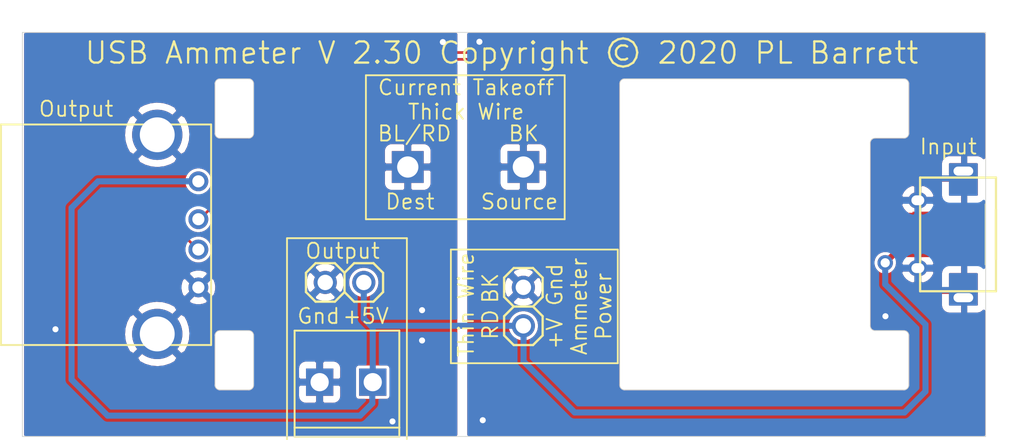
<source format=kicad_pcb>
(kicad_pcb (version 20171130) (host pcbnew "(5.1.6)-1")

  (general
    (thickness 1.6)
    (drawings 62)
    (tracks 177)
    (zones 0)
    (modules 6)
    (nets 6)
  )

  (page A4)
  (layers
    (0 Top signal)
    (31 Bottom signal)
    (32 B.Adhes user)
    (33 F.Adhes user)
    (34 B.Paste user)
    (35 F.Paste user)
    (36 B.SilkS user)
    (37 F.SilkS user)
    (38 B.Mask user)
    (39 F.Mask user)
    (40 Dwgs.User user)
    (41 Cmts.User user)
    (42 Eco1.User user)
    (43 Eco2.User user)
    (44 Edge.Cuts user)
    (45 Margin user)
    (46 B.CrtYd user)
    (47 F.CrtYd user)
    (48 B.Fab user)
    (49 F.Fab user)
  )

  (setup
    (last_trace_width 0.25)
    (user_trace_width 0.1524)
    (user_trace_width 0.1772)
    (user_trace_width 0.2)
    (user_trace_width 0.254)
    (user_trace_width 0.4)
    (trace_clearance 0.2)
    (zone_clearance 0.508)
    (zone_45_only no)
    (trace_min 0.1524)
    (via_size 0.8)
    (via_drill 0.4)
    (via_min_size 0.4)
    (via_min_drill 0.3)
    (uvia_size 0.3)
    (uvia_drill 0.1)
    (uvias_allowed no)
    (uvia_min_size 0.2)
    (uvia_min_drill 0.1)
    (edge_width 0.05)
    (segment_width 0.2)
    (pcb_text_width 0.3)
    (pcb_text_size 1.5 1.5)
    (mod_edge_width 0.12)
    (mod_text_size 1 1)
    (mod_text_width 0.15)
    (pad_size 1.308 1.308)
    (pad_drill 0.8)
    (pad_to_mask_clearance 0.05)
    (aux_axis_origin 0 0)
    (grid_origin 128.35 105)
    (visible_elements 7FFFFFFF)
    (pcbplotparams
      (layerselection 0x010fc_ffffffff)
      (usegerberextensions false)
      (usegerberattributes true)
      (usegerberadvancedattributes true)
      (creategerberjobfile true)
      (excludeedgelayer true)
      (linewidth 0.100000)
      (plotframeref false)
      (viasonmask false)
      (mode 1)
      (useauxorigin false)
      (hpglpennumber 1)
      (hpglpenspeed 20)
      (hpglpendiameter 15.000000)
      (psnegative false)
      (psa4output false)
      (plotreference true)
      (plotvalue true)
      (plotinvisibletext false)
      (padsonsilk false)
      (subtractmaskfromsilk false)
      (outputformat 1)
      (mirror false)
      (drillshape 1)
      (scaleselection 1)
      (outputdirectory ""))
  )

  (net 0 "")
  (net 1 GND)
  (net 2 /VCC)
  (net 3 /D-)
  (net 4 /D+)
  (net 5 /G)

  (net_class Default "This is the default net class."
    (clearance 0.2)
    (trace_width 0.25)
    (via_dia 0.8)
    (via_drill 0.4)
    (uvia_dia 0.3)
    (uvia_drill 0.1)
    (add_net /D+)
    (add_net /D-)
    (add_net /G)
    (add_net /VCC)
    (add_net GND)
  )

  (module usb_ammeter_v230:USBAMPH-UE27AC5410H (layer Top) (tedit 5FD7AF69) (tstamp 5FD5794E)
    (at 125.64735 104.9986 270)
    (path /94FABF20)
    (fp_text reference J4 (at 7.8114 2.86735) (layer F.SilkS) hide
      (effects (font (size 1.2065 1.2065) (thickness 0.1016)) (justify right top))
    )
    (fp_text value USB-AMPH-UE27-AC (at 0 0 270) (layer F.SilkS) hide
      (effects (font (size 1.27 1.27) (thickness 0.15)) (justify right top))
    )
    (fp_line (start -7.25 -3.55) (end -7.25 10.3) (layer F.SilkS) (width 0.127))
    (fp_line (start 7.3 -3.55) (end -7.25 -3.55) (layer F.SilkS) (width 0.127))
    (fp_line (start 7.3 10.3) (end 7.3 -3.55) (layer F.SilkS) (width 0.127))
    (fp_line (start -7.25 10.3) (end 7.3 10.3) (layer F.SilkS) (width 0.127))
    (pad VCC thru_hole circle (at -3.5 -2.71 270) (size 1.308 1.308) (drill 0.8) (layers *.Cu *.Mask)
      (net 2 /VCC) (solder_mask_margin 0.1016))
    (pad D- thru_hole circle (at -1 -2.71 270) (size 1.308 1.308) (drill 0.8) (layers *.Cu *.Mask)
      (net 3 /D-) (solder_mask_margin 0.1016))
    (pad D+ thru_hole circle (at 1 -2.71 270) (size 1.308 1.308) (drill 0.8) (layers *.Cu *.Mask)
      (net 4 /D+) (solder_mask_margin 0.1016))
    (pad G thru_hole circle (at 3.5 -2.71 270) (size 1.308 1.308) (drill 0.8) (layers *.Cu *.Mask)
      (net 5 /G) (solder_mask_margin 0.1016))
    (pad G1 thru_hole circle (at -6.57 0 270) (size 3.316 3.316) (drill 2.3) (layers *.Cu *.Mask)
      (net 5 /G) (solder_mask_margin 0.1016))
    (pad G2 thru_hole circle (at 6.57 0 270) (size 3.316 3.316) (drill 2.3) (layers *.Cu *.Mask)
      (net 5 /G) (solder_mask_margin 0.1016))
  )

  (module usb_ammeter_v230:1X02 (layer Top) (tedit 5FD7AF41) (tstamp 5FD57938)
    (at 149.77735 109.7611 90)
    (descr "<b>PIN HEADER</b>")
    (path /8182258E)
    (fp_text reference JP2 (at -2.6162 -1.8288 -90) (layer F.SilkS) hide
      (effects (font (size 1.2065 1.2065) (thickness 0.127)) (justify right bottom))
    )
    (fp_text value PINHD-1X2 (at -2.54 3.175 -90) (layer F.Fab) hide
      (effects (font (size 1.2065 1.2065) (thickness 0.1016)) (justify right bottom))
    )
    (fp_poly (pts (xy 1.016 0.254) (xy 1.524 0.254) (xy 1.524 -0.254) (xy 1.016 -0.254)) (layer F.Fab) (width 0))
    (fp_poly (pts (xy -1.524 0.254) (xy -1.016 0.254) (xy -1.016 -0.254) (xy -1.524 -0.254)) (layer F.Fab) (width 0))
    (fp_line (start 0.635 1.27) (end 0 0.635) (layer F.SilkS) (width 0.1524))
    (fp_line (start 1.905 1.27) (end 0.635 1.27) (layer F.SilkS) (width 0.1524))
    (fp_line (start 2.54 0.635) (end 1.905 1.27) (layer F.SilkS) (width 0.1524))
    (fp_line (start 2.54 -0.635) (end 2.54 0.635) (layer F.SilkS) (width 0.1524))
    (fp_line (start 1.905 -1.27) (end 2.54 -0.635) (layer F.SilkS) (width 0.1524))
    (fp_line (start 0.635 -1.27) (end 1.905 -1.27) (layer F.SilkS) (width 0.1524))
    (fp_line (start 0 -0.635) (end 0.635 -1.27) (layer F.SilkS) (width 0.1524))
    (fp_line (start -0.635 1.27) (end -1.905 1.27) (layer F.SilkS) (width 0.1524))
    (fp_line (start -2.54 0.635) (end -1.905 1.27) (layer F.SilkS) (width 0.1524))
    (fp_line (start -1.905 -1.27) (end -2.54 -0.635) (layer F.SilkS) (width 0.1524))
    (fp_line (start -2.54 -0.635) (end -2.54 0.635) (layer F.SilkS) (width 0.1524))
    (fp_line (start 0 0.635) (end -0.635 1.27) (layer F.SilkS) (width 0.1524))
    (fp_line (start 0 -0.635) (end 0 0.635) (layer F.SilkS) (width 0.1524))
    (fp_line (start -0.635 -1.27) (end 0 -0.635) (layer F.SilkS) (width 0.1524))
    (fp_line (start -1.905 -1.27) (end -0.635 -1.27) (layer F.SilkS) (width 0.1524))
    (pad 1 thru_hole circle (at -1.27 0 180) (size 1.524 1.524) (drill 1.016) (layers *.Cu *.Mask)
      (net 2 /VCC) (solder_mask_margin 0.1016))
    (pad 2 thru_hole circle (at 1.27 0 180) (size 1.524 1.524) (drill 1.016) (layers *.Cu *.Mask)
      (net 1 GND) (solder_mask_margin 0.1016))
  )

  (module usb_ammeter_v230:1X02 (layer Top) (tedit 5FD7AF41) (tstamp 5FD57922)
    (at 137.99 108.17 180)
    (descr "<b>PIN HEADER</b>")
    (path /BAFA783C)
    (fp_text reference JP1 (at -2.6162 -1.8288 180) (layer F.SilkS) hide
      (effects (font (size 1.2065 1.2065) (thickness 0.127)) (justify left bottom))
    )
    (fp_text value PINHD-1X2 (at -2.54 3.175 180) (layer F.Fab) hide
      (effects (font (size 1.2065 1.2065) (thickness 0.1016)) (justify left bottom))
    )
    (fp_poly (pts (xy 1.016 0.254) (xy 1.524 0.254) (xy 1.524 -0.254) (xy 1.016 -0.254)) (layer F.Fab) (width 0))
    (fp_poly (pts (xy -1.524 0.254) (xy -1.016 0.254) (xy -1.016 -0.254) (xy -1.524 -0.254)) (layer F.Fab) (width 0))
    (fp_line (start 0.635 1.27) (end 0 0.635) (layer F.SilkS) (width 0.1524))
    (fp_line (start 1.905 1.27) (end 0.635 1.27) (layer F.SilkS) (width 0.1524))
    (fp_line (start 2.54 0.635) (end 1.905 1.27) (layer F.SilkS) (width 0.1524))
    (fp_line (start 2.54 -0.635) (end 2.54 0.635) (layer F.SilkS) (width 0.1524))
    (fp_line (start 1.905 -1.27) (end 2.54 -0.635) (layer F.SilkS) (width 0.1524))
    (fp_line (start 0.635 -1.27) (end 1.905 -1.27) (layer F.SilkS) (width 0.1524))
    (fp_line (start 0 -0.635) (end 0.635 -1.27) (layer F.SilkS) (width 0.1524))
    (fp_line (start -0.635 1.27) (end -1.905 1.27) (layer F.SilkS) (width 0.1524))
    (fp_line (start -2.54 0.635) (end -1.905 1.27) (layer F.SilkS) (width 0.1524))
    (fp_line (start -1.905 -1.27) (end -2.54 -0.635) (layer F.SilkS) (width 0.1524))
    (fp_line (start -2.54 -0.635) (end -2.54 0.635) (layer F.SilkS) (width 0.1524))
    (fp_line (start 0 0.635) (end -0.635 1.27) (layer F.SilkS) (width 0.1524))
    (fp_line (start 0 -0.635) (end 0 0.635) (layer F.SilkS) (width 0.1524))
    (fp_line (start -0.635 -1.27) (end 0 -0.635) (layer F.SilkS) (width 0.1524))
    (fp_line (start -1.905 -1.27) (end -0.635 -1.27) (layer F.SilkS) (width 0.1524))
    (pad 1 thru_hole circle (at -1.27 0 270) (size 1.524 1.524) (drill 1.016) (layers *.Cu *.Mask)
      (net 2 /VCC) (solder_mask_margin 0.1016))
    (pad 2 thru_hole circle (at 1.27 0 270) (size 1.524 1.524) (drill 1.016) (layers *.Cu *.Mask)
      (net 5 /G) (solder_mask_margin 0.1016))
  )

  (module usb_ammeter_v230:T35-2 (layer Top) (tedit 5FD7AF1C) (tstamp 5FD70863)
    (at 138.1 114.75)
    (path /5FD7F484)
    (fp_text reference J3 (at -3.5 -3.5) (layer F.SilkS) hide
      (effects (font (size 1.2065 1.2065) (thickness 0.1016)) (justify left bottom))
    )
    (fp_text value Screw_Terminal_01x02 (at 0 0) (layer F.SilkS) hide
      (effects (font (size 1.27 1.27) (thickness 0.15)))
    )
    (fp_line (start 3.3909 2.9591) (end -3.2766 2.9972) (layer F.CrtYd) (width 0.12))
    (fp_line (start 3.4036 -3.3528) (end 3.3909 2.9591) (layer F.CrtYd) (width 0.12))
    (fp_line (start -3.2766 -3.3782) (end 3.4036 -3.3528) (layer F.CrtYd) (width 0.12))
    (fp_line (start -3.2766 2.9972) (end -3.2766 -3.3782) (layer F.CrtYd) (width 0.12))
    (fp_line (start 3.5 -3.4) (end -3.4 -3.4) (layer F.SilkS) (width 0.127))
    (fp_line (start -3.4 -3.4) (end -3.4 3) (layer F.SilkS) (width 0.127))
    (fp_line (start -3.4 3) (end -3.4 3.6) (layer F.SilkS) (width 0.127))
    (fp_line (start -3.4 3.6) (end 3.5 3.6) (layer F.SilkS) (width 0.127))
    (fp_line (start 3.5 3.6) (end 3.5 3) (layer F.SilkS) (width 0.127))
    (fp_line (start 3.5 3) (end 3.5 -3.4) (layer F.SilkS) (width 0.127))
    (fp_line (start 3.5 3) (end -3.4 3) (layer F.SilkS) (width 0.127))
    (pad 1 thru_hole rect (at 1.75 0) (size 1.8 1.8) (drill 1.2) (layers *.Cu *.Mask)
      (net 2 /VCC) (solder_mask_margin 0.0635))
    (pad 2 thru_hole rect (at -1.75 0) (size 1.8 1.8) (drill 1.2) (layers *.Cu *.Mask)
      (net 5 /G) (solder_mask_margin 0.0635))
  )

  (module usb_ammeter_v230:LG-2-PIN (layer Top) (tedit 5FD7AF90) (tstamp 5FD5795B)
    (at 145.96735 100.5536 180)
    (path /C3E76336)
    (fp_text reference J1 (at -2.54 -2.54) (layer F.SilkS) hide
      (effects (font (size 0.9652 0.9652) (thickness 0.08128)) (justify left top))
    )
    (fp_text value PINHEADLG (at 0 0) (layer F.SilkS) hide
      (effects (font (size 1.27 1.27) (thickness 0.15)) (justify left top))
    )
    (pad P$1 thru_hole rect (at -3.81 0 180) (size 2.1 2.1) (drill 1.4) (layers *.Cu *.Mask)
      (net 1 GND) (solder_mask_margin 0.1016))
    (pad P$2 thru_hole rect (at 3.81 0 180) (size 2.1 2.1) (drill 1.4) (layers *.Cu *.Mask)
      (net 5 /G) (solder_mask_margin 0.1016))
  )

  (module usb_ammeter_v230:molex-47589-101-microUSB-AB (layer Top) (tedit 5FD6FE87) (tstamp 5FD7028B)
    (at 178.775 105 90)
    (path /5FD712AA)
    (attr smd)
    (fp_text reference J2 (at 0.5 -4.2 90) (layer F.SilkS) hide
      (effects (font (size 1 1) (thickness 0.15)))
    )
    (fp_text value usb-micro-molex-sd-47589-101 (at -0.05 3.15 90) (layer F.Fab)
      (effects (font (size 1 1) (thickness 0.15)))
    )
    (fp_line (start -2 1.45) (end 2 1.45) (layer F.SilkS) (width 0.08))
    (fp_line (start -1.65 2.15) (end 1.65 2.15) (layer F.SilkS) (width 0.15))
    (fp_line (start 3.75 2.15) (end 3.75 -2.85) (layer F.SilkS) (width 0.15))
    (fp_line (start 3.75 -2.85) (end -3.75 -2.85) (layer F.SilkS) (width 0.15))
    (fp_line (start -3.75 -2.85) (end -3.75 2.15) (layer F.SilkS) (width 0.15))
    (fp_line (start -3.75 2.15) (end 3.75 2.15) (layer F.SilkS) (width 0.15))
    (pad 9 thru_hole custom (at 4.175 0 90) (size 1 1.7) (drill oval 0.6 1.3) (layers *.Cu *.Mask)
      (net 1 GND)
      (options (clearance outline) (anchor circle))
      (primitives
        (gr_poly (pts
           (xy 0.475 -0.9) (xy 0.475 0.9) (xy -1.575 0.9) (xy -1.575 -0.9)) (width 0.1))
      ))
    (pad 8 thru_hole custom (at -4.175 0 90) (size 1 1.9) (drill oval 0.6 1.3) (layers *.Cu *.Mask)
      (net 1 GND)
      (options (clearance outline) (anchor circle))
      (primitives
        (gr_poly (pts
           (xy 1.575 -0.9) (xy 1.575 0.9) (xy -0.475 0.9) (xy -0.475 -0.9)) (width 0.1))
      ))
    (pad 11 smd rect (at 1.15 0 90) (size 1.8 1.9) (layers Top F.Paste F.Mask)
      (net 1 GND))
    (pad 10 smd rect (at -1.15 0 90) (size 1.8 1.9) (layers Top F.Paste F.Mask)
      (net 1 GND))
    (pad 7 thru_hole oval (at 2.25 -3 90) (size 1.05 1.25) (drill oval 0.65 0.85) (layers *.Cu *.Mask)
      (net 1 GND))
    (pad 6 thru_hole oval (at -2.225 -3 90) (size 1.05 1.25) (drill oval 0.65 0.85) (layers *.Cu *.Mask)
      (net 1 GND))
    (pad 5 smd rect (at 1.3 -2.675 90) (size 0.4 1.35) (layers Top F.Paste F.Mask)
      (net 1 GND))
    (pad 4 smd rect (at 0.65 -2.67 90) (size 0.4 1.35) (layers Top F.Paste F.Mask)
      (net 1 GND))
    (pad 3 smd rect (at 0 -2.675 90) (size 0.4 1.35) (layers Top F.Paste F.Mask)
      (net 4 /D+))
    (pad 2 smd rect (at -0.65 -2.675 90) (size 0.4 1.35) (layers Top F.Paste F.Mask)
      (net 3 /D-))
    (pad 1 smd rect (at -1.3 -2.675 90) (size 0.4 1.35) (layers Top F.Paste F.Mask)
      (net 2 /VCC))
  )

  (gr_text Output (at 120.3 96.72) (layer F.SilkS)
    (effects (font (size 1 1) (thickness 0.12)))
  )
  (gr_text Input (at 177.78 99.21) (layer F.SilkS)
    (effects (font (size 1 1) (thickness 0.12)))
  )
  (gr_line (start 142.1 105.25) (end 142.1 118.5) (layer F.SilkS) (width 0.12))
  (gr_line (start 134.2 105.25) (end 142.1 105.25) (layer F.SilkS) (width 0.12))
  (gr_line (start 134.2 118.53) (end 134.2 105.26) (layer F.SilkS) (width 0.12))
  (gr_text +5V (at 139.39 110.39) (layer F.SilkS)
    (effects (font (size 1 1) (thickness 0.12)))
  )
  (gr_text Gnd (at 136.28 110.39) (layer F.SilkS)
    (effects (font (size 1 1) (thickness 0.12)))
  )
  (gr_text "USB Ammeter V 2.30 Copyright © 2020 PL Barrett" (at 148.35 93.025) (layer F.SilkS)
    (effects (font (size 1.4 1.4) (thickness 0.15)))
  )
  (gr_line (start 152.5 94.5) (end 152.5 104) (layer F.SilkS) (width 0.12) (tstamp 5FD57D6A))
  (gr_line (start 152 94.5) (end 152.5 94.5) (layer F.SilkS) (width 0.12))
  (gr_line (start 139.4 94.5) (end 152 94.5) (layer F.SilkS) (width 0.12))
  (gr_line (start 139.4 104) (end 139.4 94.5) (layer F.SilkS) (width 0.12))
  (gr_line (start 152.5 104) (end 139.4 104) (layer F.SilkS) (width 0.12))
  (gr_text "Thin Wire" (at 146 109.65 90) (layer F.SilkS)
    (effects (font (size 1 1) (thickness 0.12)))
  )
  (gr_line (start 156 106) (end 156 113.5) (layer F.SilkS) (width 0.12) (tstamp 5FD57D65))
  (gr_line (start 145 106) (end 156 106) (layer F.SilkS) (width 0.12))
  (gr_line (start 145 113.5) (end 145 106) (layer F.SilkS) (width 0.12))
  (gr_line (start 156 113.5) (end 145 113.5) (layer F.SilkS) (width 0.12))
  (gr_text RD (at 147.6 110.95 90) (layer F.SilkS)
    (effects (font (size 1 1) (thickness 0.12)))
  )
  (gr_text BK (at 147.6 108.55 90) (layer F.SilkS)
    (effects (font (size 1 1) (thickness 0.12)))
  )
  (gr_text BK (at 149.8 98.35) (layer F.SilkS)
    (effects (font (size 1 1) (thickness 0.12)))
  )
  (gr_text BL/RD (at 142.6 98.35) (layer F.SilkS)
    (effects (font (size 1 1) (thickness 0.12)))
  )
  (gr_line (start 116.75735 118.3336) (end 180.24485 118.3336) (layer Edge.Cuts) (width 0.05) (tstamp 347C3190))
  (gr_line (start 180.24485 118.3336) (end 180.24485 91.6736) (layer Edge.Cuts) (width 0.05) (tstamp 347C3C30))
  (gr_line (start 180.24485 91.6736) (end 116.75735 91.6736) (layer Edge.Cuts) (width 0.05) (tstamp 347C2150))
  (gr_line (start 116.75735 91.6736) (end 116.75735 118.3336) (layer Edge.Cuts) (width 0.05) (tstamp 347C2470))
  (gr_line (start 129.77485 115.2586) (end 131.67985 115.2586) (layer Edge.Cuts) (width 0.05) (tstamp 347C2BF0))
  (gr_line (start 175.17735 114.9411) (end 175.17735 111.6661) (layer Edge.Cuts) (width 0.05) (tstamp 347C20B0))
  (gr_line (start 175.17735 98.3311) (end 175.17735 95.0561) (layer Edge.Cuts) (width 0.05) (tstamp 347C4310))
  (gr_line (start 131.67985 94.7386) (end 129.77485 94.7386) (layer Edge.Cuts) (width 0.05) (tstamp 347C3230))
  (gr_line (start 129.45735 95.0561) (end 129.45735 98.3311) (layer Edge.Cuts) (width 0.05) (tstamp 347C2010))
  (gr_line (start 129.45735 111.6661) (end 129.45735 114.9411) (layer Edge.Cuts) (width 0.05) (tstamp 347C2FB0))
  (gr_line (start 131.67985 98.6486) (end 129.77485 98.6486) (layer Edge.Cuts) (width 0.05) (tstamp 347C4090))
  (gr_line (start 129.77485 111.3486) (end 131.67985 111.3486) (layer Edge.Cuts) (width 0.05) (tstamp 347C3AF0))
  (gr_line (start 172.95485 98.6486) (end 174.85985 98.6486) (layer Edge.Cuts) (width 0.05) (tstamp 347C3B90))
  (gr_line (start 172.95485 111.3486) (end 174.85985 111.3486) (layer Edge.Cuts) (width 0.05) (tstamp 347C2330))
  (gr_line (start 172.63735 98.9661) (end 172.63735 111.0311) (layer Edge.Cuts) (width 0.05) (tstamp 347C1F70))
  (gr_arc (start 174.85985 95.0561) (end 174.85985 94.7386) (angle 90) (layer Edge.Cuts) (width 0.05) (tstamp 347C4450))
  (gr_arc (start 174.85985 98.3311) (end 175.17735 98.3311) (angle 90) (layer Edge.Cuts) (width 0.05) (tstamp 347C37D0))
  (gr_arc (start 172.95485 98.9661) (end 172.95485 98.6486) (angle -90) (layer Edge.Cuts) (width 0.05) (tstamp 347C3730))
  (gr_arc (start 174.85985 111.6661) (end 174.85985 111.3486) (angle 90) (layer Edge.Cuts) (width 0.05) (tstamp 347C3690))
  (gr_arc (start 172.95485 111.0311) (end 172.63735 111.0311) (angle -90) (layer Edge.Cuts) (width 0.05) (tstamp 347C2650))
  (gr_arc (start 174.85985 114.9411) (end 175.17735 114.9411) (angle 90) (layer Edge.Cuts) (width 0.05) (tstamp 347C3CD0))
  (gr_arc (start 131.67985 95.0561) (end 131.99735 95.0561) (angle -90) (layer Edge.Cuts) (width 0.05) (tstamp 347C26F0))
  (gr_arc (start 129.77485 98.3311) (end 129.45735 98.3311) (angle -90) (layer Edge.Cuts) (width 0.05) (tstamp 347C1CF0))
  (gr_arc (start 129.77485 95.0561) (end 129.77485 94.7386) (angle -90) (layer Edge.Cuts) (width 0.05) (tstamp 347C43B0))
  (gr_arc (start 129.77485 114.9411) (end 129.45735 114.9411) (angle -90) (layer Edge.Cuts) (width 0.05) (tstamp 347C2790))
  (gr_arc (start 129.77485 111.6661) (end 129.77485 111.3486) (angle -90) (layer Edge.Cuts) (width 0.05) (tstamp 347C28D0))
  (gr_arc (start 131.67985 114.9411) (end 131.99735 114.9411) (angle 90) (layer Edge.Cuts) (width 0.05) (tstamp 347C3D70))
  (gr_line (start 131.99735 95.0561) (end 131.99735 98.3311) (layer Edge.Cuts) (width 0.05) (tstamp 347C2A10))
  (gr_arc (start 131.67985 98.3311) (end 131.99735 98.3311) (angle 90) (layer Edge.Cuts) (width 0.05) (tstamp 347C3910))
  (gr_line (start 131.99735 114.9411) (end 131.99735 111.6661) (layer Edge.Cuts) (width 0.05) (tstamp 347C2DD0))
  (gr_arc (start 131.67985 111.6661) (end 131.99735 111.6661) (angle -90) (layer Edge.Cuts) (width 0.05) (tstamp 347C2E70))
  (gr_line (start 156.12735 95.0561) (end 156.12735 114.9411) (layer Edge.Cuts) (width 0.05) (tstamp 347C2F10))
  (gr_line (start 174.85985 94.7386) (end 156.44485 94.7386) (layer Edge.Cuts) (width 0.05) (tstamp 347C34B0))
  (gr_arc (start 156.44485 95.0561) (end 156.44485 94.7386) (angle -90) (layer Edge.Cuts) (width 0.05) (tstamp 347C3550))
  (gr_line (start 174.85985 115.2586) (end 156.44485 115.2586) (layer Edge.Cuts) (width 0.05) (tstamp 347C3870))
  (gr_arc (start 156.44485 114.9411) (end 156.44485 115.2586) (angle 90) (layer Edge.Cuts) (width 0.05) (tstamp 347C39B0))
  (gr_text "Current Takeoff\nThick Wire" (at 146 97.5) (layer F.SilkS) (tstamp 347C3A50)
    (effects (font (size 1 1) (thickness 0.12)) (justify bottom))
  )
  (gr_text "Dest    Source" (at 146.375 103.425) (layer F.SilkS) (tstamp 347C3EB0)
    (effects (font (size 1 1) (thickness 0.12)) (justify bottom))
  )
  (gr_text "+V Gnd\nAmmeter\nPower" (at 155.65 109.75 90) (layer F.SilkS) (tstamp 347C6390)
    (effects (font (size 1 1) (thickness 0.12)) (justify bottom))
  )
  (gr_text Output (at 137.86 105.51) (layer F.SilkS) (tstamp 347C5170)
    (effects (font (size 1 1) (thickness 0.12)) (justify top))
  )

  (segment (start 178.86 101.31) (end 178.88 101.33) (width 0.4) (layer Bottom) (net 1))
  (segment (start 176.67 101.31) (end 178.86 101.31) (width 0.4) (layer Bottom) (net 1))
  (segment (start 176.53 108.67) (end 178.81 108.67) (width 0.4) (layer Bottom) (net 1))
  (segment (start 178.83 98.49) (end 178.83 111.03) (width 0.4) (layer Bottom) (net 1))
  (segment (start 177.05 101.325) (end 178.8 101.325) (width 0.4) (layer Top) (net 1))
  (segment (start 178.8 108.725) (end 178.825 108.7) (width 0.4) (layer Top) (net 1))
  (segment (start 177.075 108.725) (end 178.8 108.725) (width 0.4) (layer Top) (net 1))
  (segment (start 178.825 99.575) (end 178.825 110.575) (width 0.4) (layer Top) (net 1))
  (segment (start 176.105 104.35) (end 174.7 104.35) (width 0.254) (layer Top) (net 1))
  (segment (start 176.1 103.7) (end 174.7 103.7) (width 0.254) (layer Top) (net 1))
  (segment (start 176.105 104.35) (end 177 104.35) (width 0.254) (layer Top) (net 1))
  (segment (start 177 104.35) (end 177.4 103.95) (width 0.254) (layer Top) (net 1))
  (segment (start 177.4 103.95) (end 177.15 103.7) (width 0.254) (layer Top) (net 1))
  (segment (start 177.15 103.7) (end 176.1 103.7) (width 0.254) (layer Top) (net 1))
  (segment (start 177.225 103.775) (end 177.15 103.7) (width 0.4) (layer Top) (net 1))
  (segment (start 177.225 105.075) (end 177.225 103.775) (width 0.4) (layer Top) (net 1))
  (segment (start 177.225 103.775) (end 177.225 102.975) (width 0.4) (layer Top) (net 1))
  (via (at 147.1 117.26) (size 0.8) (drill 0.4) (layers Top Bottom) (net 1))
  (via (at 173.64 110.4) (size 0.8) (drill 0.4) (layers Top Bottom) (net 1))
  (via (at 146.88 92.29) (size 0.8) (drill 0.4) (layers Top Bottom) (net 1))
  (segment (start 128.34985 101.5061) (end 128.35735 101.4986) (width 0.4) (layer Bottom) (net 2) (tstamp 22836310))
  (segment (start 142.15735 111.0311) (end 149.77735 111.0311) (width 0.4) (layer Bottom) (net 2) (tstamp 22835CD0))
  (segment (start 175.39625 106.3) (end 175.39485 106.2986) (width 0.4) (layer Top) (net 2))
  (segment (start 176.1 106.3) (end 175.39625 106.3) (width 0.4) (layer Top) (net 2))
  (segment (start 174.2014 106.2986) (end 175.39485 106.2986) (width 0.4) (layer Top) (net 2))
  (via (at 173.625 106.875) (size 1.016) (drill 0.6096) (layers Top Bottom) (net 2))
  (segment (start 173.625 106.875) (end 174.2014 106.2986) (width 0.4) (layer Top) (net 2))
  (segment (start 139.85 111.15) (end 139.7311 111.0311) (width 0.4) (layer Bottom) (net 2))
  (segment (start 142.15735 111.0311) (end 139.7311 111.0311) (width 0.4) (layer Bottom) (net 2))
  (segment (start 139.85 114.75) (end 139.85 111.15) (width 0.4) (layer Bottom) (net 2))
  (segment (start 139.26 110.56) (end 139.7311 111.0311) (width 0.4) (layer Bottom) (net 2))
  (segment (start 139.26 108.17) (end 139.26 110.56) (width 0.4) (layer Bottom) (net 2))
  (segment (start 173.625 106.875) (end 173.65 106.85) (width 0.4) (layer Bottom) (net 2))
  (segment (start 139.82 116.15) (end 139.82 114.69) (width 0.4) (layer Bottom) (net 2))
  (segment (start 139.01 116.96) (end 139.82 116.15) (width 0.4) (layer Bottom) (net 2))
  (segment (start 122.38 116.96) (end 139.01 116.96) (width 0.4) (layer Bottom) (net 2))
  (segment (start 121.7514 101.4986) (end 120 103.25) (width 0.4) (layer Bottom) (net 2))
  (segment (start 128.35735 101.4986) (end 121.7514 101.4986) (width 0.4) (layer Bottom) (net 2))
  (segment (start 120 103.25) (end 120 114.58) (width 0.4) (layer Bottom) (net 2))
  (segment (start 120 114.58) (end 122.38 116.96) (width 0.4) (layer Bottom) (net 2))
  (segment (start 149.79 113.38) (end 149.79 111.03) (width 0.4) (layer Bottom) (net 2))
  (segment (start 153.16 116.75) (end 149.79 113.38) (width 0.4) (layer Bottom) (net 2))
  (segment (start 173.625 108.295) (end 176.28 110.95) (width 0.4) (layer Bottom) (net 2))
  (segment (start 176.28 115.36) (end 174.89 116.75) (width 0.4) (layer Bottom) (net 2))
  (segment (start 173.625 106.875) (end 173.625 108.295) (width 0.4) (layer Bottom) (net 2))
  (segment (start 176.28 110.95) (end 176.28 115.36) (width 0.4) (layer Bottom) (net 2))
  (segment (start 174.89 116.75) (end 153.16 116.75) (width 0.4) (layer Bottom) (net 2))
  (segment (start 175.087499 105.65) (end 176.1 105.65) (width 0.1772) (layer Top) (net 3))
  (segment (start 174.987499 105.55) (end 175.087499 105.65) (width 0.1772) (layer Top) (net 3))
  (segment (start 174.1318 105.55) (end 174.987499 105.55) (width 0.1772) (layer Top) (net 3))
  (segment (start 173.65 105.0682) (end 174.1318 105.55) (width 0.1772) (layer Top) (net 3))
  (segment (start 173.65 101.2318) (end 173.65 105.0682) (width 0.1772) (layer Top) (net 3))
  (segment (start 175.0068 99.875) (end 173.65 101.2318) (width 0.1772) (layer Top) (net 3))
  (segment (start 176.2318 99.875) (end 175.0068 99.875) (width 0.1772) (layer Top) (net 3))
  (segment (start 178.25 97.8568) (end 176.2318 99.875) (width 0.1772) (layer Top) (net 3))
  (segment (start 178.25 94.5432) (end 178.25 97.8568) (width 0.1772) (layer Top) (net 3))
  (segment (start 177.1568 93.45) (end 178.25 94.5432) (width 0.1772) (layer Top) (net 3))
  (segment (start 131.272396 102.30906) (end 131.33789 102.324009) (width 0.1772) (layer Top) (net 3))
  (segment (start 132.125298 100.647755) (end 132.09615 100.587229) (width 0.1772) (layer Top) (net 3))
  (segment (start 130.894392 101.973072) (end 131.159347 102.238027) (width 0.1772) (layer Top) (net 3))
  (segment (start 131.159347 102.238027) (end 131.21187 102.279912) (width 0.1772) (layer Top) (net 3))
  (segment (start 132.51812 101.210956) (end 132.51812 101.143777) (width 0.1772) (layer Top) (net 3))
  (segment (start 130.841869 101.931186) (end 130.894392 101.973072) (width 0.1772) (layer Top) (net 3))
  (segment (start 130.715849 101.88709) (end 130.781343 101.902039) (width 0.1772) (layer Top) (net 3))
  (segment (start 130.64867 101.88709) (end 130.715849 101.88709) (width 0.1772) (layer Top) (net 3))
  (segment (start 130.52265 101.931186) (end 130.583176 101.902039) (width 0.1772) (layer Top) (net 3))
  (segment (start 131.21187 102.279912) (end 131.272396 102.30906) (width 0.1772) (layer Top) (net 3))
  (segment (start 130.470128 101.973072) (end 130.52265 101.931186) (width 0.1772) (layer Top) (net 3))
  (segment (start 130.428242 102.025592) (end 130.470128 101.973071) (width 0.1772) (layer Top) (net 3))
  (segment (start 130.399094 102.086118) (end 130.428242 102.025592) (width 0.1772) (layer Top) (net 3))
  (segment (start 130.384145 102.151612) (end 130.399094 102.086118) (width 0.1772) (layer Top) (net 3))
  (segment (start 130.399094 102.284285) (end 130.384145 102.218791) (width 0.1772) (layer Top) (net 3))
  (segment (start 130.428242 102.344811) (end 130.399094 102.284285) (width 0.1772) (layer Top) (net 3))
  (segment (start 130.735083 102.66229) (end 130.470127 102.397334) (width 0.1772) (layer Top) (net 3))
  (segment (start 130.470128 101.973071) (end 130.470128 101.973072) (width 0.1772) (layer Top) (net 3))
  (segment (start 130.310819 103.086555) (end 130.363342 103.12844) (width 0.1772) (layer Top) (net 3))
  (segment (start 130.045864 102.8216) (end 130.310819 103.086555) (width 0.1772) (layer Top) (net 3))
  (segment (start 131.33789 102.324009) (end 131.405069 102.324009) (width 0.1772) (layer Top) (net 3))
  (segment (start 130.821064 102.908012) (end 130.821064 102.840833) (width 0.1772) (layer Top) (net 3))
  (segment (start 130.781343 101.902039) (end 130.841869 101.931186) (width 0.1772) (layer Top) (net 3))
  (segment (start 129.932815 102.750567) (end 129.993341 102.779714) (width 0.1772) (layer Top) (net 3))
  (segment (start 130.363342 103.12844) (end 130.423868 103.157588) (width 0.1772) (layer Top) (net 3))
  (segment (start 132.253597 101.475481) (end 132.319091 101.460532) (width 0.1772) (layer Top) (net 3))
  (segment (start 130.776968 102.714813) (end 130.735083 102.66229) (width 0.1772) (layer Top) (net 3))
  (segment (start 130.489362 103.172537) (end 130.556541 103.172537) (width 0.1772) (layer Top) (net 3))
  (segment (start 130.735083 103.086555) (end 130.776968 103.034032) (width 0.1772) (layer Top) (net 3))
  (segment (start 129.867321 102.735618) (end 129.932815 102.750567) (width 0.1772) (layer Top) (net 3))
  (segment (start 128.35735 103.9986) (end 128.4446 103.9986) (width 0.1772) (layer Top) (net 3))
  (segment (start 131.470563 102.30906) (end 131.531089 102.279912) (width 0.1772) (layer Top) (net 3))
  (segment (start 132.060398 101.431384) (end 132.120924 101.460532) (width 0.1772) (layer Top) (net 3))
  (segment (start 130.682561 103.12844) (end 130.735083 103.086555) (width 0.1772) (layer Top) (net 3))
  (segment (start 129.993341 102.779714) (end 130.045864 102.8216) (width 0.1772) (layer Top) (net 3))
  (segment (start 130.384145 102.218791) (end 130.384145 102.151612) (width 0.1772) (layer Top) (net 3))
  (segment (start 129.6216 102.8216) (end 129.674122 102.779714) (width 0.1772) (layer Top) (net 3))
  (segment (start 130.583176 101.902039) (end 130.64867 101.88709) (width 0.1772) (layer Top) (net 3))
  (segment (start 129.674122 102.779714) (end 129.734648 102.750567) (width 0.1772) (layer Top) (net 3))
  (segment (start 128.4446 103.9986) (end 129.6216 102.8216) (width 0.1772) (layer Top) (net 3))
  (segment (start 129.734648 102.750567) (end 129.800142 102.735618) (width 0.1772) (layer Top) (net 3))
  (segment (start 130.423868 103.157588) (end 130.489362 103.172537) (width 0.1772) (layer Top) (net 3))
  (segment (start 132.273249 100.169951) (end 138.9932 93.45) (width 0.1772) (layer Top) (net 3))
  (segment (start 130.806115 102.973506) (end 130.821064 102.908012) (width 0.1772) (layer Top) (net 3))
  (segment (start 131.405069 102.324009) (end 131.470563 102.30906) (width 0.1772) (layer Top) (net 3))
  (segment (start 130.556541 103.172537) (end 130.622035 103.157588) (width 0.1772) (layer Top) (net 3))
  (segment (start 130.622035 103.157588) (end 130.682561 103.12844) (width 0.1772) (layer Top) (net 3))
  (segment (start 130.776968 103.034032) (end 130.806115 102.973506) (width 0.1772) (layer Top) (net 3))
  (segment (start 138.9932 93.45) (end 177.1568 93.45) (width 0.1772) (layer Top) (net 3))
  (segment (start 130.470127 102.397334) (end 130.428242 102.344811) (width 0.1772) (layer Top) (net 3))
  (segment (start 130.821064 102.840833) (end 130.806115 102.775339) (width 0.1772) (layer Top) (net 3))
  (segment (start 129.800142 102.735618) (end 129.867321 102.735618) (width 0.1772) (layer Top) (net 3))
  (segment (start 130.806115 102.775339) (end 130.776968 102.714813) (width 0.1772) (layer Top) (net 3))
  (segment (start 131.497198 101.038562) (end 131.564377 101.038562) (width 0.1772) (layer Top) (net 3))
  (segment (start 131.531089 102.279912) (end 131.583611 102.238027) (width 0.1772) (layer Top) (net 3))
  (segment (start 131.690397 101.082658) (end 131.74292 101.124544) (width 0.1772) (layer Top) (net 3))
  (segment (start 131.583611 102.238027) (end 131.625496 102.185504) (width 0.1772) (layer Top) (net 3))
  (segment (start 132.51812 101.143777) (end 132.503171 101.078283) (width 0.1772) (layer Top) (net 3))
  (segment (start 131.625496 102.185504) (end 131.654643 102.124978) (width 0.1772) (layer Top) (net 3))
  (segment (start 132.432139 100.965234) (end 132.167183 100.700278) (width 0.1772) (layer Top) (net 3))
  (segment (start 131.654643 102.124978) (end 131.669592 102.059484) (width 0.1772) (layer Top) (net 3))
  (segment (start 132.167183 100.700278) (end 132.125298 100.647755) (width 0.1772) (layer Top) (net 3))
  (segment (start 131.669592 102.059484) (end 131.669592 101.992305) (width 0.1772) (layer Top) (net 3))
  (segment (start 131.669592 101.992305) (end 131.654643 101.926811) (width 0.1772) (layer Top) (net 3))
  (segment (start 131.564377 101.038562) (end 131.629871 101.053511) (width 0.1772) (layer Top) (net 3))
  (segment (start 131.654643 101.926811) (end 131.625496 101.866285) (width 0.1772) (layer Top) (net 3))
  (segment (start 131.625496 101.866285) (end 131.583611 101.813762) (width 0.1772) (layer Top) (net 3))
  (segment (start 132.432139 101.389499) (end 132.474024 101.336976) (width 0.1772) (layer Top) (net 3))
  (segment (start 131.583611 101.813762) (end 131.318655 101.548806) (width 0.1772) (layer Top) (net 3))
  (segment (start 131.371178 101.082658) (end 131.431704 101.053511) (width 0.1772) (layer Top) (net 3))
  (segment (start 131.318655 101.548806) (end 131.27677 101.496283) (width 0.1772) (layer Top) (net 3))
  (segment (start 131.27677 101.496283) (end 131.247622 101.435757) (width 0.1772) (layer Top) (net 3))
  (segment (start 131.247622 101.435757) (end 131.232673 101.370263) (width 0.1772) (layer Top) (net 3))
  (segment (start 131.232673 101.370263) (end 131.232673 101.303084) (width 0.1772) (layer Top) (net 3))
  (segment (start 131.232673 101.303084) (end 131.247622 101.23759) (width 0.1772) (layer Top) (net 3))
  (segment (start 131.247622 101.23759) (end 131.27677 101.177064) (width 0.1772) (layer Top) (net 3))
  (segment (start 131.27677 101.177064) (end 131.318656 101.124543) (width 0.1772) (layer Top) (net 3))
  (segment (start 131.318656 101.124543) (end 131.318656 101.124544) (width 0.1772) (layer Top) (net 3))
  (segment (start 131.318656 101.124544) (end 131.371178 101.082658) (width 0.1772) (layer Top) (net 3))
  (segment (start 131.431704 101.053511) (end 131.497198 101.038562) (width 0.1772) (layer Top) (net 3))
  (segment (start 131.629871 101.053511) (end 131.690397 101.082658) (width 0.1772) (layer Top) (net 3))
  (segment (start 131.74292 101.124544) (end 132.007875 101.389499) (width 0.1772) (layer Top) (net 3))
  (segment (start 132.007875 101.389499) (end 132.060398 101.431384) (width 0.1772) (layer Top) (net 3))
  (segment (start 132.120924 101.460532) (end 132.186418 101.475481) (width 0.1772) (layer Top) (net 3))
  (segment (start 132.186418 101.475481) (end 132.253597 101.475481) (width 0.1772) (layer Top) (net 3))
  (segment (start 132.319091 101.460532) (end 132.379617 101.431384) (width 0.1772) (layer Top) (net 3))
  (segment (start 132.379617 101.431384) (end 132.432139 101.389499) (width 0.1772) (layer Top) (net 3))
  (segment (start 132.474024 101.336976) (end 132.503171 101.27645) (width 0.1772) (layer Top) (net 3))
  (segment (start 132.503171 101.27645) (end 132.51812 101.210956) (width 0.1772) (layer Top) (net 3))
  (segment (start 132.503171 101.078283) (end 132.474024 101.017757) (width 0.1772) (layer Top) (net 3))
  (segment (start 132.474024 101.017757) (end 132.432139 100.965234) (width 0.1772) (layer Top) (net 3))
  (segment (start 132.09615 100.587229) (end 132.081201 100.521735) (width 0.1772) (layer Top) (net 3))
  (segment (start 132.081201 100.521735) (end 132.081201 100.454556) (width 0.1772) (layer Top) (net 3))
  (segment (start 132.081201 100.454556) (end 132.09615 100.389062) (width 0.1772) (layer Top) (net 3))
  (segment (start 132.09615 100.389062) (end 132.125298 100.328536) (width 0.1772) (layer Top) (net 3))
  (segment (start 132.125298 100.328536) (end 132.167184 100.276015) (width 0.1772) (layer Top) (net 3))
  (segment (start 132.167184 100.276015) (end 132.273249 100.169951) (width 0.1772) (layer Top) (net 3))
  (segment (start 174.1 101.4182) (end 175.1932 100.325) (width 0.1772) (layer Top) (net 4))
  (segment (start 175.1932 100.325) (end 176.4182 100.325) (width 0.1772) (layer Top) (net 4))
  (segment (start 174.1 104.8818) (end 174.1 101.4182) (width 0.1772) (layer Top) (net 4))
  (segment (start 138.8068 93) (end 129.2818 102.525) (width 0.1772) (layer Top) (net 4))
  (segment (start 176.4182 100.325) (end 178.7 98.0432) (width 0.1772) (layer Top) (net 4))
  (segment (start 176.1 105) (end 175.087499 105) (width 0.1772) (layer Top) (net 4))
  (segment (start 175.087499 105) (end 174.987499 105.1) (width 0.1772) (layer Top) (net 4))
  (segment (start 174.3182 105.1) (end 174.1 104.8818) (width 0.1772) (layer Top) (net 4))
  (segment (start 178.7 98.0432) (end 178.7 94.3568) (width 0.1772) (layer Top) (net 4))
  (segment (start 174.987499 105.1) (end 174.3182 105.1) (width 0.1772) (layer Top) (net 4))
  (segment (start 177.3432 93) (end 138.8068 93) (width 0.1772) (layer Top) (net 4))
  (segment (start 178.7 94.3568) (end 177.3432 93) (width 0.1772) (layer Top) (net 4))
  (segment (start 129.2818 102.525) (end 129.275 102.525) (width 0.1772) (layer Top) (net 4))
  (segment (start 129.275 102.525) (end 129.05 102.75) (width 0.1772) (layer Top) (net 4))
  (segment (start 129.05 102.75) (end 127.7 102.75) (width 0.1772) (layer Top) (net 4))
  (segment (start 127.7 102.75) (end 127.15 103.3) (width 0.1772) (layer Top) (net 4))
  (segment (start 127.15 103.3) (end 127.15 104.825) (width 0.1772) (layer Top) (net 4))
  (segment (start 127.15 104.825) (end 128.325 106) (width 0.1772) (layer Top) (net 4))
  (via (at 143.1 110) (size 0.8) (drill 0.4) (layers Top Bottom) (net 5))
  (via (at 143.1 112) (size 0.8) (drill 0.4) (layers Top Bottom) (net 5))
  (via (at 118.94 111.26) (size 0.8) (drill 0.4) (layers Top Bottom) (net 5))
  (via (at 141.15 117.34) (size 0.8) (drill 0.4) (layers Top Bottom) (net 5))
  (via (at 144.47 92.31) (size 0.8) (drill 0.4) (layers Top Bottom) (net 5))

  (zone (net 1) (net_name GND) (layer Top) (tstamp 22833F70) (hatch edge 0.508)
    (priority 6)
    (connect_pads (clearance 0.000001))
    (min_thickness 0.2032)
    (fill yes (arc_segments 32) (thermal_gap 0.4564) (thermal_bridge_width 0.4564))
    (polygon
      (pts
        (xy 182.68305 118.5368) (xy 146.08165 118.5368) (xy 146.08165 89.5554) (xy 182.68305 89.5554)
      )
    )
    (filled_polygon
      (pts
        (xy 177.8598 94.704826) (xy 177.859801 97.695173) (xy 176.070175 99.4848) (xy 175.025959 99.4848) (xy 175.0068 99.482913)
        (xy 174.987641 99.4848) (xy 174.987631 99.4848) (xy 174.930307 99.490446) (xy 174.856754 99.512758) (xy 174.788968 99.548991)
        (xy 174.729552 99.597752) (xy 174.717333 99.612641) (xy 173.387646 100.942329) (xy 173.372752 100.954552) (xy 173.345272 100.988037)
        (xy 173.323991 101.013968) (xy 173.3175 101.026112) (xy 173.287758 101.081755) (xy 173.265446 101.155308) (xy 173.2598 101.212632)
        (xy 173.2598 101.212641) (xy 173.257913 101.2318) (xy 173.2598 101.250959) (xy 173.259801 105.049031) (xy 173.257913 105.0682)
        (xy 173.265447 105.144692) (xy 173.287758 105.218245) (xy 173.323991 105.286032) (xy 173.350089 105.317832) (xy 173.372753 105.345448)
        (xy 173.387642 105.357667) (xy 173.842332 105.812358) (xy 173.854552 105.827248) (xy 173.869441 105.839467) (xy 173.913967 105.876009)
        (xy 173.921044 105.879791) (xy 173.844999 105.942199) (xy 173.829288 105.961343) (xy 173.721831 106.0688) (xy 173.704739 106.0654)
        (xy 173.545261 106.0654) (xy 173.388848 106.096513) (xy 173.241511 106.157542) (xy 173.10891 106.246143) (xy 172.996143 106.35891)
        (xy 172.907542 106.491511) (xy 172.846513 106.638848) (xy 172.8154 106.795261) (xy 172.8154 106.954739) (xy 172.846513 107.111152)
        (xy 172.907542 107.258489) (xy 172.996143 107.39109) (xy 173.10891 107.503857) (xy 173.241511 107.592458) (xy 173.388848 107.653487)
        (xy 173.545261 107.6846) (xy 173.704739 107.6846) (xy 173.861152 107.653487) (xy 174.008489 107.592458) (xy 174.119477 107.518298)
        (xy 174.632472 107.518298) (xy 174.681756 107.6536) (xy 174.784457 107.839137) (xy 174.921381 108.001073) (xy 175.087266 108.133185)
        (xy 175.275737 108.230396) (xy 175.479552 108.28897) (xy 175.6484 108.166946) (xy 175.6484 107.3516) (xy 175.9016 107.3516)
        (xy 175.9016 108.166946) (xy 176.070448 108.28897) (xy 176.274263 108.230396) (xy 176.462734 108.133185) (xy 176.628619 108.001073)
        (xy 176.765543 107.839137) (xy 176.868244 107.6536) (xy 176.917528 107.518298) (xy 176.809968 107.3516) (xy 175.9016 107.3516)
        (xy 175.6484 107.3516) (xy 174.740032 107.3516) (xy 174.632472 107.518298) (xy 174.119477 107.518298) (xy 174.14109 107.503857)
        (xy 174.253857 107.39109) (xy 174.342458 107.258489) (xy 174.403487 107.111152) (xy 174.4346 106.954739) (xy 174.4346 106.8002)
        (xy 174.680372 106.8002) (xy 174.632472 106.931702) (xy 174.740032 107.0984) (xy 175.6484 107.0984) (xy 175.6484 107.0784)
        (xy 175.9016 107.0784) (xy 175.9016 107.0984) (xy 176.809968 107.0984) (xy 176.917528 106.931702) (xy 176.868244 106.7964)
        (xy 176.863735 106.788254) (xy 176.890976 106.77999) (xy 176.943371 106.751984) (xy 176.989295 106.714295) (xy 177.026984 106.668371)
        (xy 177.05499 106.615976) (xy 177.072236 106.559124) (xy 177.078059 106.5) (xy 177.078059 106.1) (xy 177.072236 106.040876)
        (xy 177.05499 105.984024) (xy 177.050167 105.975) (xy 177.05499 105.965976) (xy 177.072236 105.909124) (xy 177.078059 105.85)
        (xy 177.078059 105.45) (xy 177.072236 105.390876) (xy 177.05499 105.334024) (xy 177.050167 105.325) (xy 177.05499 105.315976)
        (xy 177.072236 105.259124) (xy 177.078059 105.2) (xy 177.078059 105.024403) (xy 177.082188 105.0223) (xy 177.168523 104.95427)
        (xy 177.239927 104.870706) (xy 177.270768 104.815665) (xy 177.275074 104.859387) (xy 177.306981 104.964571) (xy 177.325918 105)
        (xy 177.306981 105.035429) (xy 177.275074 105.140613) (xy 177.2643 105.25) (xy 177.267 105.8839) (xy 177.4065 106.0234)
        (xy 178.6484 106.0234) (xy 178.6484 103.9766) (xy 177.4065 103.9766) (xy 177.330519 104.052581) (xy 177.327645 104.029713)
        (xy 177.323184 104.015995) (xy 177.333 103.9379) (xy 177.259722 103.864622) (xy 177.239927 103.829294) (xy 177.168523 103.74573)
        (xy 177.082188 103.6777) (xy 176.984241 103.627822) (xy 176.891184 103.6016) (xy 177.1935 103.6016) (xy 177.266763 103.528337)
        (xy 177.267 103.5839) (xy 177.4065 103.7234) (xy 178.6484 103.7234) (xy 178.6484 103.7034) (xy 178.9016 103.7034)
        (xy 178.9016 103.7234) (xy 178.9216 103.7234) (xy 178.9216 103.9766) (xy 178.9016 103.9766) (xy 178.9016 106.0234)
        (xy 178.9216 106.0234) (xy 178.9216 106.2766) (xy 178.9016 106.2766) (xy 178.9016 106.2966) (xy 178.6484 106.2966)
        (xy 178.6484 106.2766) (xy 177.4065 106.2766) (xy 177.267 106.4161) (xy 177.2643 107.05) (xy 177.275074 107.159387)
        (xy 177.306981 107.264571) (xy 177.334539 107.316129) (xy 177.334316 107.316547) (xy 177.292248 107.418108) (xy 177.289403 107.427487)
        (xy 177.267962 107.535275) (xy 177.267001 107.54503) (xy 177.2643 107.6) (xy 177.2643 109.65) (xy 177.267001 109.70497)
        (xy 177.267962 109.714725) (xy 177.289403 109.822513) (xy 177.292248 109.831892) (xy 177.334316 109.933453) (xy 177.338937 109.942098)
        (xy 177.400015 110.033502) (xy 177.406233 110.041078) (xy 177.483922 110.118767) (xy 177.491498 110.124985) (xy 177.582902 110.186063)
        (xy 177.591547 110.190684) (xy 177.693108 110.232752) (xy 177.702487 110.235597) (xy 177.810275 110.257038) (xy 177.82003 110.257999)
        (xy 177.875 110.2607) (xy 179.675 110.2607) (xy 179.72997 110.257999) (xy 179.739725 110.257038) (xy 179.847513 110.235597)
        (xy 179.856892 110.232752) (xy 179.958453 110.190684) (xy 179.967098 110.186063) (xy 180.058502 110.124985) (xy 180.066078 110.118767)
        (xy 180.118249 110.066596) (xy 180.118249 118.206999) (xy 146.18325 118.206999) (xy 146.18325 110.926345) (xy 148.71375 110.926345)
        (xy 148.71375 111.135855) (xy 148.754624 111.341341) (xy 148.8348 111.534903) (xy 148.951198 111.709105) (xy 149.099345 111.857252)
        (xy 149.273547 111.97365) (xy 149.467109 112.053826) (xy 149.672595 112.0947) (xy 149.882105 112.0947) (xy 150.087591 112.053826)
        (xy 150.281153 111.97365) (xy 150.455355 111.857252) (xy 150.603502 111.709105) (xy 150.7199 111.534903) (xy 150.800076 111.341341)
        (xy 150.84095 111.135855) (xy 150.84095 110.926345) (xy 150.800076 110.720859) (xy 150.7199 110.527297) (xy 150.603502 110.353095)
        (xy 150.455355 110.204948) (xy 150.281153 110.08855) (xy 150.087591 110.008374) (xy 149.882105 109.9675) (xy 149.672595 109.9675)
        (xy 149.467109 110.008374) (xy 149.273547 110.08855) (xy 149.099345 110.204948) (xy 148.951198 110.353095) (xy 148.8348 110.527297)
        (xy 148.754624 110.720859) (xy 148.71375 110.926345) (xy 146.18325 110.926345) (xy 146.18325 109.415088) (xy 149.032402 109.415088)
        (xy 149.103701 109.633684) (xy 149.339551 109.743152) (xy 149.592227 109.804504) (xy 149.852016 109.815384) (xy 150.108936 109.775371)
        (xy 150.353114 109.686005) (xy 150.450999 109.633684) (xy 150.522298 109.415088) (xy 149.77735 108.670139) (xy 149.032402 109.415088)
        (xy 146.18325 109.415088) (xy 146.18325 108.565766) (xy 148.453066 108.565766) (xy 148.493079 108.822686) (xy 148.582445 109.066864)
        (xy 148.634766 109.164749) (xy 148.853362 109.236048) (xy 149.598311 108.4911) (xy 149.956389 108.4911) (xy 150.701338 109.236048)
        (xy 150.919934 109.164749) (xy 151.029402 108.928899) (xy 151.090754 108.676223) (xy 151.101634 108.416434) (xy 151.061621 108.159514)
        (xy 150.972255 107.915336) (xy 150.919934 107.817451) (xy 150.701338 107.746152) (xy 149.956389 108.4911) (xy 149.598311 108.4911)
        (xy 148.853362 107.746152) (xy 148.634766 107.817451) (xy 148.525298 108.053301) (xy 148.463946 108.305977) (xy 148.453066 108.565766)
        (xy 146.18325 108.565766) (xy 146.18325 107.567112) (xy 149.032402 107.567112) (xy 149.77735 108.312061) (xy 150.522298 107.567112)
        (xy 150.450999 107.348516) (xy 150.215149 107.239048) (xy 149.962473 107.177696) (xy 149.702684 107.166816) (xy 149.445764 107.206829)
        (xy 149.201586 107.296195) (xy 149.103701 107.348516) (xy 149.032402 107.567112) (xy 146.18325 107.567112) (xy 146.18325 101.6036)
        (xy 148.16665 101.6036) (xy 148.177424 101.712987) (xy 148.209331 101.818171) (xy 148.261145 101.915108) (xy 148.330875 102.000075)
        (xy 148.415842 102.069805) (xy 148.512779 102.121619) (xy 148.617963 102.153526) (xy 148.72735 102.1643) (xy 149.51125 102.1616)
        (xy 149.65075 102.0221) (xy 149.65075 100.6802) (xy 149.90395 100.6802) (xy 149.90395 102.0221) (xy 150.04345 102.1616)
        (xy 150.82735 102.1643) (xy 150.936737 102.153526) (xy 151.041921 102.121619) (xy 151.138858 102.069805) (xy 151.223825 102.000075)
        (xy 151.293555 101.915108) (xy 151.345369 101.818171) (xy 151.377276 101.712987) (xy 151.38805 101.6036) (xy 151.38535 100.8197)
        (xy 151.24585 100.6802) (xy 149.90395 100.6802) (xy 149.65075 100.6802) (xy 148.30885 100.6802) (xy 148.16935 100.8197)
        (xy 148.16665 101.6036) (xy 146.18325 101.6036) (xy 146.18325 99.5036) (xy 148.16665 99.5036) (xy 148.16935 100.2875)
        (xy 148.30885 100.427) (xy 149.65075 100.427) (xy 149.65075 99.0851) (xy 149.90395 99.0851) (xy 149.90395 100.427)
        (xy 151.24585 100.427) (xy 151.38535 100.2875) (xy 151.38805 99.5036) (xy 151.377276 99.394213) (xy 151.345369 99.289029)
        (xy 151.293555 99.192092) (xy 151.223825 99.107125) (xy 151.138858 99.037395) (xy 151.041921 98.985581) (xy 150.936737 98.953674)
        (xy 150.82735 98.9429) (xy 150.04345 98.9456) (xy 149.90395 99.0851) (xy 149.65075 99.0851) (xy 149.51125 98.9456)
        (xy 148.72735 98.9429) (xy 148.617963 98.953674) (xy 148.512779 98.985581) (xy 148.415842 99.037395) (xy 148.330875 99.107125)
        (xy 148.261145 99.192092) (xy 148.209331 99.289029) (xy 148.177424 99.394213) (xy 148.16665 99.5036) (xy 146.18325 99.5036)
        (xy 146.18325 95.049886) (xy 156.000749 95.049886) (xy 156.00075 114.947315) (xy 156.001292 114.952817) (xy 156.001278 114.954791)
        (xy 156.001451 114.95655) (xy 156.007927 115.018175) (xy 156.010233 115.029405) (xy 156.012384 115.040685) (xy 156.012895 115.042378)
        (xy 156.031218 115.101572) (xy 156.035679 115.112184) (xy 156.039964 115.122791) (xy 156.040794 115.124352) (xy 156.070267 115.17886)
        (xy 156.076688 115.188379) (xy 156.082965 115.197972) (xy 156.084083 115.199342) (xy 156.123581 115.247087) (xy 156.131715 115.255165)
        (xy 156.139751 115.263371) (xy 156.141114 115.264498) (xy 156.189133 115.303661) (xy 156.198707 115.310022) (xy 156.208157 115.316493)
        (xy 156.209712 115.317334) (xy 156.264424 115.346425) (xy 156.275025 115.350794) (xy 156.285579 115.355318) (xy 156.287268 115.355841)
        (xy 156.34659 115.373751) (xy 156.357878 115.375986) (xy 156.369068 115.378365) (xy 156.370826 115.37855) (xy 156.432496 115.384597)
        (xy 156.432502 115.384597) (xy 156.438635 115.385201) (xy 174.866065 115.385201) (xy 174.871576 115.384658) (xy 174.873541 115.384672)
        (xy 174.8753 115.384499) (xy 174.936925 115.378023) (xy 174.948155 115.375717) (xy 174.959435 115.373566) (xy 174.961128 115.373055)
        (xy 175.020322 115.354732) (xy 175.030934 115.350271) (xy 175.041541 115.345986) (xy 175.043102 115.345156) (xy 175.09761 115.315683)
        (xy 175.107129 115.309262) (xy 175.116722 115.302985) (xy 175.118092 115.301867) (xy 175.165837 115.262369) (xy 175.173915 115.254235)
        (xy 175.182121 115.246199) (xy 175.183248 115.244836) (xy 175.222411 115.196817) (xy 175.228772 115.187243) (xy 175.235243 115.177793)
        (xy 175.236084 115.176238) (xy 175.265175 115.121526) (xy 175.269544 115.110925) (xy 175.274068 115.100371) (xy 175.274591 115.098682)
        (xy 175.292501 115.03936) (xy 175.294736 115.028072) (xy 175.297115 115.016882) (xy 175.2973 115.015124) (xy 175.303347 114.953454)
        (xy 175.303347 114.953448) (xy 175.303951 114.947315) (xy 175.303951 111.659885) (xy 175.303408 111.654374) (xy 175.303422 111.652409)
        (xy 175.303249 111.650649) (xy 175.296772 111.589025) (xy 175.294473 111.577826) (xy 175.292316 111.566515) (xy 175.291805 111.564822)
        (xy 175.273482 111.505628) (xy 175.269021 111.495016) (xy 175.264736 111.484409) (xy 175.263906 111.482849) (xy 175.234433 111.42834)
        (xy 175.228005 111.418811) (xy 175.221734 111.409227) (xy 175.220617 111.407858) (xy 175.181119 111.360113) (xy 175.172968 111.352018)
        (xy 175.164948 111.343828) (xy 175.163592 111.342707) (xy 175.163587 111.342702) (xy 175.163582 111.342698) (xy 175.115567 111.303539)
        (xy 175.105993 111.297178) (xy 175.096543 111.290707) (xy 175.094988 111.289866) (xy 175.040276 111.260775) (xy 175.029659 111.256399)
        (xy 175.019121 111.251882) (xy 175.017432 111.251359) (xy 174.958111 111.233449) (xy 174.946815 111.231212) (xy 174.935632 111.228835)
        (xy 174.933874 111.22865) (xy 174.872205 111.222603) (xy 174.872198 111.222603) (xy 174.866065 111.221999) (xy 172.961045 111.221999)
        (xy 172.91789 111.217767) (xy 172.882334 111.207032) (xy 172.849542 111.189597) (xy 172.820764 111.166126) (xy 172.797091 111.13751)
        (xy 172.779427 111.104842) (xy 172.768444 111.069359) (xy 172.763951 111.026611) (xy 172.763951 98.972295) (xy 172.768183 98.92914)
        (xy 172.778917 98.893585) (xy 172.796353 98.860792) (xy 172.819824 98.832014) (xy 172.848438 98.808343) (xy 172.881109 98.790677)
        (xy 172.91659 98.779694) (xy 172.959348 98.775201) (xy 174.866065 98.775201) (xy 174.871576 98.774658) (xy 174.873541 98.774672)
        (xy 174.8753 98.774499) (xy 174.936925 98.768023) (xy 174.948155 98.765717) (xy 174.959435 98.763566) (xy 174.961128 98.763055)
        (xy 175.020322 98.744732) (xy 175.030934 98.740271) (xy 175.041541 98.735986) (xy 175.043102 98.735156) (xy 175.09761 98.705683)
        (xy 175.107129 98.699262) (xy 175.116722 98.692985) (xy 175.118092 98.691867) (xy 175.165837 98.652369) (xy 175.173915 98.644235)
        (xy 175.182121 98.636199) (xy 175.183248 98.634836) (xy 175.222411 98.586817) (xy 175.228772 98.577243) (xy 175.235243 98.567793)
        (xy 175.236084 98.566238) (xy 175.265175 98.511526) (xy 175.269544 98.500925) (xy 175.274068 98.490371) (xy 175.274591 98.488682)
        (xy 175.292501 98.42936) (xy 175.294736 98.418072) (xy 175.297115 98.406882) (xy 175.2973 98.405124) (xy 175.303347 98.343454)
        (xy 175.303347 98.343448) (xy 175.303951 98.337315) (xy 175.303951 95.049885) (xy 175.303408 95.044374) (xy 175.303422 95.042409)
        (xy 175.303249 95.040649) (xy 175.296772 94.979025) (xy 175.294473 94.967826) (xy 175.292316 94.956515) (xy 175.291805 94.954822)
        (xy 175.273482 94.895628) (xy 175.269021 94.885016) (xy 175.264736 94.874409) (xy 175.263906 94.872849) (xy 175.234433 94.81834)
        (xy 175.228005 94.808811) (xy 175.221734 94.799227) (xy 175.220617 94.797858) (xy 175.181119 94.750113) (xy 175.172968 94.742018)
        (xy 175.164948 94.733828) (xy 175.163592 94.732707) (xy 175.163587 94.732702) (xy 175.163582 94.732698) (xy 175.115567 94.693539)
        (xy 175.105993 94.687178) (xy 175.096543 94.680707) (xy 175.094988 94.679866) (xy 175.040276 94.650775) (xy 175.029659 94.646399)
        (xy 175.019121 94.641882) (xy 175.017432 94.641359) (xy 174.958111 94.623449) (xy 174.946815 94.621212) (xy 174.935632 94.618835)
        (xy 174.933874 94.61865) (xy 174.872205 94.612603) (xy 174.872198 94.612603) (xy 174.866065 94.611999) (xy 156.438635 94.611999)
        (xy 156.433124 94.612542) (xy 156.431159 94.612528) (xy 156.429399 94.612701) (xy 156.367775 94.619178) (xy 156.356576 94.621477)
        (xy 156.345265 94.623634) (xy 156.343572 94.624145) (xy 156.284378 94.642468) (xy 156.273766 94.646929) (xy 156.263159 94.651214)
        (xy 156.261599 94.652044) (xy 156.20709 94.681517) (xy 156.197561 94.687945) (xy 156.187977 94.694216) (xy 156.186608 94.695333)
        (xy 156.138863 94.734831) (xy 156.130768 94.742982) (xy 156.122578 94.751002) (xy 156.121457 94.752358) (xy 156.121452 94.752363)
        (xy 156.121448 94.752368) (xy 156.082289 94.800383) (xy 156.075928 94.809957) (xy 156.069457 94.819407) (xy 156.068616 94.820962)
        (xy 156.039525 94.875674) (xy 156.035149 94.886291) (xy 156.030632 94.896829) (xy 156.030109 94.898518) (xy 156.012199 94.957839)
        (xy 156.009962 94.969135) (xy 156.007585 94.980318) (xy 156.0074 94.982076) (xy 156.001353 95.043745) (xy 156.001353 95.043753)
        (xy 156.000749 95.049886) (xy 146.18325 95.049886) (xy 146.18325 93.8402) (xy 176.995175 93.8402)
      )
    )
    (filled_polygon
      (pts
        (xy 180.11825 99.933405) (xy 180.066078 99.881233) (xy 180.058502 99.875015) (xy 179.967098 99.813937) (xy 179.958453 99.809316)
        (xy 179.856892 99.767248) (xy 179.847513 99.764403) (xy 179.739725 99.742962) (xy 179.72997 99.742001) (xy 179.675 99.7393)
        (xy 177.875 99.7393) (xy 177.82003 99.742001) (xy 177.810275 99.742962) (xy 177.702487 99.764403) (xy 177.693108 99.767248)
        (xy 177.591547 99.809316) (xy 177.582902 99.813937) (xy 177.491498 99.875015) (xy 177.483922 99.881233) (xy 177.406233 99.958922)
        (xy 177.400015 99.966498) (xy 177.338937 100.057902) (xy 177.334316 100.066547) (xy 177.292248 100.168108) (xy 177.289403 100.177487)
        (xy 177.267962 100.285275) (xy 177.267001 100.29503) (xy 177.2643 100.35) (xy 177.2643 102.4) (xy 177.267001 102.45497)
        (xy 177.267962 102.464725) (xy 177.289403 102.572513) (xy 177.292248 102.581892) (xy 177.334316 102.683453) (xy 177.334539 102.683871)
        (xy 177.306981 102.735429) (xy 177.275074 102.840613) (xy 177.2643 102.95) (xy 177.265509 103.233874) (xy 177.234927 103.179294)
        (xy 177.163523 103.09573) (xy 177.077188 103.0277) (xy 176.979241 102.977822) (xy 176.873444 102.94801) (xy 176.855117 102.946572)
        (xy 176.809968 102.8766) (xy 175.9016 102.8766) (xy 175.9016 102.8966) (xy 175.6484 102.8966) (xy 175.6484 102.8766)
        (xy 174.740032 102.8766) (xy 174.632472 103.043298) (xy 174.681756 103.1786) (xy 174.784457 103.364137) (xy 174.867037 103.461802)
        (xy 174.867 103.4621) (xy 174.868871 103.463971) (xy 174.921381 103.526073) (xy 174.968495 103.563595) (xy 175.0065 103.6016)
        (xy 175.016216 103.6016) (xy 175.087266 103.658185) (xy 175.12674 103.678545) (xy 175.041477 103.74573) (xy 174.970073 103.829294)
        (xy 174.963022 103.841878) (xy 174.867 103.9379) (xy 174.877355 104.020287) (xy 174.881816 104.034005) (xy 174.872 104.1121)
        (xy 174.945278 104.185378) (xy 174.965073 104.220706) (xy 175.036477 104.30427) (xy 175.122812 104.3723) (xy 175.220759 104.422178)
        (xy 175.313816 104.4484) (xy 175.0115 104.4484) (xy 174.872 104.5879) (xy 174.881992 104.667403) (xy 174.869667 104.673991)
        (xy 174.826033 104.7098) (xy 174.4902 104.7098) (xy 174.4902 102.456702) (xy 174.632472 102.456702) (xy 174.740032 102.6234)
        (xy 175.6484 102.6234) (xy 175.6484 101.808054) (xy 175.9016 101.808054) (xy 175.9016 102.6234) (xy 176.809968 102.6234)
        (xy 176.917528 102.456702) (xy 176.868244 102.3214) (xy 176.765543 102.135863) (xy 176.628619 101.973927) (xy 176.462734 101.841815)
        (xy 176.274263 101.744604) (xy 176.070448 101.68603) (xy 175.9016 101.808054) (xy 175.6484 101.808054) (xy 175.479552 101.68603)
        (xy 175.275737 101.744604) (xy 175.087266 101.841815) (xy 174.921381 101.973927) (xy 174.784457 102.135863) (xy 174.681756 102.3214)
        (xy 174.632472 102.456702) (xy 174.4902 102.456702) (xy 174.4902 101.579825) (xy 175.354826 100.7152) (xy 176.399041 100.7152)
        (xy 176.4182 100.717087) (xy 176.437359 100.7152) (xy 176.437369 100.7152) (xy 176.494693 100.709554) (xy 176.568246 100.687242)
        (xy 176.636032 100.651009) (xy 176.695448 100.602248) (xy 176.707671 100.587354) (xy 178.96236 98.332666) (xy 178.977248 98.320448)
        (xy 179.026009 98.261032) (xy 179.062242 98.193246) (xy 179.084554 98.119693) (xy 179.0902 98.062369) (xy 179.0902 98.062368)
        (xy 179.092088 98.0432) (xy 179.0902 98.024031) (xy 179.0902 94.375959) (xy 179.092087 94.3568) (xy 179.0902 94.337641)
        (xy 179.0902 94.337631) (xy 179.084554 94.280307) (xy 179.062242 94.206754) (xy 179.026009 94.138968) (xy 178.977248 94.079552)
        (xy 178.962359 94.067333) (xy 177.632671 92.737646) (xy 177.620448 92.722752) (xy 177.561032 92.673991) (xy 177.493246 92.637758)
        (xy 177.419693 92.615446) (xy 177.362369 92.6098) (xy 177.362359 92.6098) (xy 177.3432 92.607913) (xy 177.324041 92.6098)
        (xy 146.18325 92.6098) (xy 146.18325 91.800201) (xy 180.11825 91.800201)
      )
    )
    (filled_polygon
      (pts
        (xy 176.2266 104.3185) (xy 176.2516 104.3435) (xy 176.2516 104.4484) (xy 176.2316 104.4484) (xy 176.2316 104.4966)
        (xy 175.9784 104.4966) (xy 175.9784 104.4484) (xy 175.8435 104.4484) (xy 175.9734 104.3185) (xy 175.9734 104.2516)
        (xy 175.9784 104.2516) (xy 175.9784 104.2034) (xy 176.2266 104.2034)
      )
    )
  )
  (zone (net 1) (net_name GND) (layer Bottom) (tstamp 22834330) (hatch edge 0.508)
    (priority 6)
    (connect_pads (clearance 0.000001))
    (min_thickness 0.2032)
    (fill yes (arc_segments 32) (thermal_gap 0.4564) (thermal_bridge_width 0.4564))
    (polygon
      (pts
        (xy 181.73055 118.5368) (xy 146.08165 118.5368) (xy 146.075 89.55) (xy 181.75 89.55)
      )
    )
    (filled_polygon
      (pts
        (xy 180.11825 99.933405) (xy 180.066078 99.881233) (xy 180.058502 99.875015) (xy 179.967098 99.813937) (xy 179.958453 99.809316)
        (xy 179.856892 99.767248) (xy 179.847513 99.764403) (xy 179.739725 99.742962) (xy 179.72997 99.742001) (xy 179.675 99.7393)
        (xy 177.875 99.7393) (xy 177.82003 99.742001) (xy 177.810275 99.742962) (xy 177.702487 99.764403) (xy 177.693108 99.767248)
        (xy 177.591547 99.809316) (xy 177.582902 99.813937) (xy 177.491498 99.875015) (xy 177.483922 99.881233) (xy 177.406233 99.958922)
        (xy 177.400015 99.966498) (xy 177.338937 100.057902) (xy 177.334316 100.066547) (xy 177.292248 100.168108) (xy 177.289403 100.177487)
        (xy 177.267962 100.285275) (xy 177.267001 100.29503) (xy 177.2643 100.35) (xy 177.2643 102.4) (xy 177.267001 102.45497)
        (xy 177.267962 102.464725) (xy 177.289403 102.572513) (xy 177.292248 102.581892) (xy 177.334316 102.683453) (xy 177.338937 102.692098)
        (xy 177.400015 102.783502) (xy 177.406233 102.791078) (xy 177.483922 102.868767) (xy 177.491498 102.874985) (xy 177.582902 102.936063)
        (xy 177.591547 102.940684) (xy 177.693108 102.982752) (xy 177.702487 102.985597) (xy 177.810275 103.007038) (xy 177.82003 103.007999)
        (xy 177.875 103.0107) (xy 179.675 103.0107) (xy 179.72997 103.007999) (xy 179.739725 103.007038) (xy 179.847513 102.985597)
        (xy 179.856892 102.982752) (xy 179.958453 102.940684) (xy 179.967098 102.936063) (xy 180.058502 102.874985) (xy 180.066078 102.868767)
        (xy 180.11825 102.816595) (xy 180.118249 107.183404) (xy 180.066078 107.131233) (xy 180.058502 107.125015) (xy 179.967098 107.063937)
        (xy 179.958453 107.059316) (xy 179.856892 107.017248) (xy 179.847513 107.014403) (xy 179.739725 106.992962) (xy 179.72997 106.992001)
        (xy 179.675 106.9893) (xy 177.875 106.9893) (xy 177.82003 106.992001) (xy 177.810275 106.992962) (xy 177.702487 107.014403)
        (xy 177.693108 107.017248) (xy 177.591547 107.059316) (xy 177.582902 107.063937) (xy 177.491498 107.125015) (xy 177.483922 107.131233)
        (xy 177.406233 107.208922) (xy 177.400015 107.216498) (xy 177.338937 107.307902) (xy 177.334316 107.316547) (xy 177.292248 107.418108)
        (xy 177.289403 107.427487) (xy 177.267962 107.535275) (xy 177.267001 107.54503) (xy 177.2643 107.6) (xy 177.2643 109.65)
        (xy 177.267001 109.70497) (xy 177.267962 109.714725) (xy 177.289403 109.822513) (xy 177.292248 109.831892) (xy 177.334316 109.933453)
        (xy 177.338937 109.942098) (xy 177.400015 110.033502) (xy 177.406233 110.041078) (xy 177.483922 110.118767) (xy 177.491498 110.124985)
        (xy 177.582902 110.186063) (xy 177.591547 110.190684) (xy 177.693108 110.232752) (xy 177.702487 110.235597) (xy 177.810275 110.257038)
        (xy 177.82003 110.257999) (xy 177.875 110.2607) (xy 179.675 110.2607) (xy 179.72997 110.257999) (xy 179.739725 110.257038)
        (xy 179.847513 110.235597) (xy 179.856892 110.232752) (xy 179.958453 110.190684) (xy 179.967098 110.186063) (xy 180.058502 110.124985)
        (xy 180.066078 110.118767) (xy 180.118249 110.066596) (xy 180.118249 118.206999) (xy 146.183175 118.206999) (xy 146.181643 111.5327)
        (xy 148.833887 111.5327) (xy 148.8348 111.534903) (xy 148.951198 111.709105) (xy 149.099345 111.857252) (xy 149.273547 111.97365)
        (xy 149.288401 111.979803) (xy 149.2884 113.355361) (xy 149.285973 113.38) (xy 149.2884 113.404638) (xy 149.2884 113.40464)
        (xy 149.295658 113.47833) (xy 149.32434 113.572882) (xy 149.370917 113.660022) (xy 149.433599 113.736401) (xy 149.452748 113.752116)
        (xy 152.787888 117.087257) (xy 152.803599 117.106401) (xy 152.879978 117.169083) (xy 152.967117 117.21566) (xy 153.061669 117.244342)
        (xy 153.16 117.254027) (xy 153.184641 117.2516) (xy 174.865362 117.2516) (xy 174.89 117.254027) (xy 174.914638 117.2516)
        (xy 174.914641 117.2516) (xy 174.988331 117.244342) (xy 175.082883 117.21566) (xy 175.170022 117.169083) (xy 175.246401 117.106401)
        (xy 175.262116 117.087252) (xy 176.617257 115.732112) (xy 176.636401 115.716401) (xy 176.699083 115.640022) (xy 176.74566 115.552883)
        (xy 176.774342 115.458331) (xy 176.7816 115.384641) (xy 176.7816 115.384639) (xy 176.784027 115.36) (xy 176.7816 115.335361)
        (xy 176.7816 110.974638) (xy 176.784027 110.949999) (xy 176.779791 110.906994) (xy 176.774342 110.851669) (xy 176.74566 110.757117)
        (xy 176.72628 110.720859) (xy 176.699083 110.669977) (xy 176.672606 110.637715) (xy 176.636401 110.593599) (xy 176.617257 110.577888)
        (xy 174.1266 108.087232) (xy 174.1266 107.518298) (xy 174.632472 107.518298) (xy 174.681756 107.6536) (xy 174.784457 107.839137)
        (xy 174.921381 108.001073) (xy 175.087266 108.133185) (xy 175.275737 108.230396) (xy 175.479552 108.28897) (xy 175.6484 108.166946)
        (xy 175.6484 107.3516) (xy 175.9016 107.3516) (xy 175.9016 108.166946) (xy 176.070448 108.28897) (xy 176.274263 108.230396)
        (xy 176.462734 108.133185) (xy 176.628619 108.001073) (xy 176.765543 107.839137) (xy 176.868244 107.6536) (xy 176.917528 107.518298)
        (xy 176.809968 107.3516) (xy 175.9016 107.3516) (xy 175.6484 107.3516) (xy 174.740032 107.3516) (xy 174.632472 107.518298)
        (xy 174.1266 107.518298) (xy 174.1266 107.513539) (xy 174.14109 107.503857) (xy 174.253857 107.39109) (xy 174.342458 107.258489)
        (xy 174.403487 107.111152) (xy 174.4346 106.954739) (xy 174.4346 106.931702) (xy 174.632472 106.931702) (xy 174.740032 107.0984)
        (xy 175.6484 107.0984) (xy 175.6484 106.283054) (xy 175.9016 106.283054) (xy 175.9016 107.0984) (xy 176.809968 107.0984)
        (xy 176.917528 106.931702) (xy 176.868244 106.7964) (xy 176.765543 106.610863) (xy 176.628619 106.448927) (xy 176.462734 106.316815)
        (xy 176.274263 106.219604) (xy 176.070448 106.16103) (xy 175.9016 106.283054) (xy 175.6484 106.283054) (xy 175.479552 106.16103)
        (xy 175.275737 106.219604) (xy 175.087266 106.316815) (xy 174.921381 106.448927) (xy 174.784457 106.610863) (xy 174.681756 106.7964)
        (xy 174.632472 106.931702) (xy 174.4346 106.931702) (xy 174.4346 106.795261) (xy 174.403487 106.638848) (xy 174.342458 106.491511)
        (xy 174.253857 106.35891) (xy 174.14109 106.246143) (xy 174.008489 106.157542) (xy 173.861152 106.096513) (xy 173.704739 106.0654)
        (xy 173.545261 106.0654) (xy 173.388848 106.096513) (xy 173.241511 106.157542) (xy 173.10891 106.246143) (xy 172.996143 106.35891)
        (xy 172.907542 106.491511) (xy 172.846513 106.638848) (xy 172.8154 106.795261) (xy 172.8154 106.954739) (xy 172.846513 107.111152)
        (xy 172.907542 107.258489) (xy 172.996143 107.39109) (xy 173.10891 107.503857) (xy 173.1234 107.513539) (xy 173.123401 108.270352)
        (xy 173.120973 108.295) (xy 173.130659 108.39333) (xy 173.15934 108.487882) (xy 173.205917 108.575022) (xy 173.23818 108.614333)
        (xy 173.2686 108.651401) (xy 173.287743 108.667111) (xy 175.7784 111.157769) (xy 175.778401 115.15223) (xy 174.682232 116.2484)
        (xy 153.367769 116.2484) (xy 150.2916 113.172232) (xy 150.2916 111.96667) (xy 150.455355 111.857252) (xy 150.603502 111.709105)
        (xy 150.7199 111.534903) (xy 150.800076 111.341341) (xy 150.84095 111.135855) (xy 150.84095 110.926345) (xy 150.800076 110.720859)
        (xy 150.7199 110.527297) (xy 150.603502 110.353095) (xy 150.455355 110.204948) (xy 150.281153 110.08855) (xy 150.087591 110.008374)
        (xy 149.882105 109.9675) (xy 149.672595 109.9675) (xy 149.467109 110.008374) (xy 149.273547 110.08855) (xy 149.099345 110.204948)
        (xy 148.951198 110.353095) (xy 148.8348 110.527297) (xy 148.833887 110.5295) (xy 146.181413 110.5295) (xy 146.181158 109.415088)
        (xy 149.032402 109.415088) (xy 149.103701 109.633684) (xy 149.339551 109.743152) (xy 149.592227 109.804504) (xy 149.852016 109.815384)
        (xy 150.108936 109.775371) (xy 150.353114 109.686005) (xy 150.450999 109.633684) (xy 150.522298 109.415088) (xy 149.77735 108.670139)
        (xy 149.032402 109.415088) (xy 146.181158 109.415088) (xy 146.180963 108.565766) (xy 148.453066 108.565766) (xy 148.493079 108.822686)
        (xy 148.582445 109.066864) (xy 148.634766 109.164749) (xy 148.853362 109.236048) (xy 149.598311 108.4911) (xy 149.956389 108.4911)
        (xy 150.701338 109.236048) (xy 150.919934 109.164749) (xy 151.029402 108.928899) (xy 151.090754 108.676223) (xy 151.101634 108.416434)
        (xy 151.061621 108.159514) (xy 150.972255 107.915336) (xy 150.919934 107.817451) (xy 150.701338 107.746152) (xy 149.956389 108.4911)
        (xy 149.598311 108.4911) (xy 148.853362 107.746152) (xy 148.634766 107.817451) (xy 148.525298 108.053301) (xy 148.463946 108.305977)
        (xy 148.453066 108.565766) (xy 146.180963 108.565766) (xy 146.180734 107.567112) (xy 149.032402 107.567112) (xy 149.77735 108.312061)
        (xy 150.522298 107.567112) (xy 150.450999 107.348516) (xy 150.215149 107.239048) (xy 149.962473 107.177696) (xy 149.702684 107.166816)
        (xy 149.445764 107.206829) (xy 149.201586 107.296195) (xy 149.103701 107.348516) (xy 149.032402 107.567112) (xy 146.180734 107.567112)
        (xy 146.179366 101.6036) (xy 148.16665 101.6036) (xy 148.177424 101.712987) (xy 148.209331 101.818171) (xy 148.261145 101.915108)
        (xy 148.330875 102.000075) (xy 148.415842 102.069805) (xy 148.512779 102.121619) (xy 148.617963 102.153526) (xy 148.72735 102.1643)
        (xy 149.51125 102.1616) (xy 149.65075 102.0221) (xy 149.65075 100.6802) (xy 149.90395 100.6802) (xy 149.90395 102.0221)
        (xy 150.04345 102.1616) (xy 150.82735 102.1643) (xy 150.936737 102.153526) (xy 151.041921 102.121619) (xy 151.138858 102.069805)
        (xy 151.223825 102.000075) (xy 151.293555 101.915108) (xy 151.345369 101.818171) (xy 151.377276 101.712987) (xy 151.38805 101.6036)
        (xy 151.38535 100.8197) (xy 151.24585 100.6802) (xy 149.90395 100.6802) (xy 149.65075 100.6802) (xy 148.30885 100.6802)
        (xy 148.16935 100.8197) (xy 148.16665 101.6036) (xy 146.179366 101.6036) (xy 146.178885 99.5036) (xy 148.16665 99.5036)
        (xy 148.16935 100.2875) (xy 148.30885 100.427) (xy 149.65075 100.427) (xy 149.65075 99.0851) (xy 149.90395 99.0851)
        (xy 149.90395 100.427) (xy 151.24585 100.427) (xy 151.38535 100.2875) (xy 151.38805 99.5036) (xy 151.377276 99.394213)
        (xy 151.345369 99.289029) (xy 151.293555 99.192092) (xy 151.223825 99.107125) (xy 151.138858 99.037395) (xy 151.041921 98.985581)
        (xy 150.936737 98.953674) (xy 150.82735 98.9429) (xy 150.04345 98.9456) (xy 149.90395 99.0851) (xy 149.65075 99.0851)
        (xy 149.51125 98.9456) (xy 148.72735 98.9429) (xy 148.617963 98.953674) (xy 148.512779 98.985581) (xy 148.415842 99.037395)
        (xy 148.330875 99.107125) (xy 148.261145 99.192092) (xy 148.209331 99.289029) (xy 148.177424 99.394213) (xy 148.16665 99.5036)
        (xy 146.178885 99.5036) (xy 146.177863 95.049886) (xy 156.000749 95.049886) (xy 156.00075 114.947315) (xy 156.001292 114.952817)
        (xy 156.001278 114.954791) (xy 156.001451 114.95655) (xy 156.007927 115.018175) (xy 156.010233 115.029405) (xy 156.012384 115.040685)
        (xy 156.012895 115.042378) (xy 156.031218 115.101572) (xy 156.035679 115.112184) (xy 156.039964 115.122791) (xy 156.040794 115.124352)
        (xy 156.070267 115.17886) (xy 156.076688 115.188379) (xy 156.082965 115.197972) (xy 156.084083 115.199342) (xy 156.123581 115.247087)
        (xy 156.131715 115.255165) (xy 156.139751 115.263371) (xy 156.141114 115.264498) (xy 156.189133 115.303661) (xy 156.198707 115.310022)
        (xy 156.208157 115.316493) (xy 156.209712 115.317334) (xy 156.264424 115.346425) (xy 156.275025 115.350794) (xy 156.285579 115.355318)
        (xy 156.287268 115.355841) (xy 156.34659 115.373751) (xy 156.357878 115.375986) (xy 156.369068 115.378365) (xy 156.370826 115.37855)
        (xy 156.432496 115.384597) (xy 156.432502 115.384597) (xy 156.438635 115.385201) (xy 174.866065 115.385201) (xy 174.871576 115.384658)
        (xy 174.873541 115.384672) (xy 174.8753 115.384499) (xy 174.936925 115.378023) (xy 174.948155 115.375717) (xy 174.959435 115.373566)
        (xy 174.961128 115.373055) (xy 175.020322 115.354732) (xy 175.030934 115.350271) (xy 175.041541 115.345986) (xy 175.043102 115.345156)
        (xy 175.09761 115.315683) (xy 175.107129 115.309262) (xy 175.116722 115.302985) (xy 175.118092 115.301867) (xy 175.165837 115.262369)
        (xy 175.173915 115.254235) (xy 175.182121 115.246199) (xy 175.183248 115.244836) (xy 175.222411 115.196817) (xy 175.228772 115.187243)
        (xy 175.235243 115.177793) (xy 175.236084 115.176238) (xy 175.265175 115.121526) (xy 175.269544 115.110925) (xy 175.274068 115.100371)
        (xy 175.274591 115.098682) (xy 175.292501 115.03936) (xy 175.294736 115.028072) (xy 175.297115 115.016882) (xy 175.2973 115.015124)
        (xy 175.303347 114.953454) (xy 175.303347 114.953448) (xy 175.303951 114.947315) (xy 175.303951 111.659885) (xy 175.303408 111.654374)
        (xy 175.303422 111.652409) (xy 175.303249 111.650649) (xy 175.296772 111.589025) (xy 175.294473 111.577826) (xy 175.292316 111.566515)
        (xy 175.291805 111.564822) (xy 175.273482 111.505628) (xy 175.269021 111.495016) (xy 175.264736 111.484409) (xy 175.263906 111.482849)
        (xy 175.234433 111.42834) (xy 175.228005 111.418811) (xy 175.221734 111.409227) (xy 175.220617 111.407858) (xy 175.181119 111.360113)
        (xy 175.172968 111.352018) (xy 175.164948 111.343828) (xy 175.163592 111.342707) (xy 175.163587 111.342702) (xy 175.163582 111.342698)
        (xy 175.115567 111.303539) (xy 175.105993 111.297178) (xy 175.096543 111.290707) (xy 175.094988 111.289866) (xy 175.040276 111.260775)
        (xy 175.029659 111.256399) (xy 175.019121 111.251882) (xy 175.017432 111.251359) (xy 174.958111 111.233449) (xy 174.946815 111.231212)
        (xy 174.935632 111.228835) (xy 174.933874 111.22865) (xy 174.872205 111.222603) (xy 174.872198 111.222603) (xy 174.866065 111.221999)
        (xy 172.961045 111.221999) (xy 172.91789 111.217767) (xy 172.882334 111.207032) (xy 172.849542 111.189597) (xy 172.820764 111.166126)
        (xy 172.797091 111.13751) (xy 172.779427 111.104842) (xy 172.768444 111.069359) (xy 172.763951 111.026611) (xy 172.763951 103.043298)
        (xy 174.632472 103.043298) (xy 174.681756 103.1786) (xy 174.784457 103.364137) (xy 174.921381 103.526073) (xy 175.087266 103.658185)
        (xy 175.275737 103.755396) (xy 175.479552 103.81397) (xy 175.6484 103.691946) (xy 175.6484 102.8766) (xy 175.9016 102.8766)
        (xy 175.9016 103.691946) (xy 176.070448 103.81397) (xy 176.274263 103.755396) (xy 176.462734 103.658185) (xy 176.628619 103.526073)
        (xy 176.765543 103.364137) (xy 176.868244 103.1786) (xy 176.917528 103.043298) (xy 176.809968 102.8766) (xy 175.9016 102.8766)
        (xy 175.6484 102.8766) (xy 174.740032 102.8766) (xy 174.632472 103.043298) (xy 172.763951 103.043298) (xy 172.763951 102.456702)
        (xy 174.632472 102.456702) (xy 174.740032 102.6234) (xy 175.6484 102.6234) (xy 175.6484 101.808054) (xy 175.9016 101.808054)
        (xy 175.9016 102.6234) (xy 176.809968 102.6234) (xy 176.917528 102.456702) (xy 176.868244 102.3214) (xy 176.765543 102.135863)
        (xy 176.628619 101.973927) (xy 176.462734 101.841815) (xy 176.274263 101.744604) (xy 176.070448 101.68603) (xy 175.9016 101.808054)
        (xy 175.6484 101.808054) (xy 175.479552 101.68603) (xy 175.275737 101.744604) (xy 175.087266 101.841815) (xy 174.921381 101.973927)
        (xy 174.784457 102.135863) (xy 174.681756 102.3214) (xy 174.632472 102.456702) (xy 172.763951 102.456702) (xy 172.763951 98.972295)
        (xy 172.768183 98.92914) (xy 172.778917 98.893585) (xy 172.796353 98.860792) (xy 172.819824 98.832014) (xy 172.848438 98.808343)
        (xy 172.881109 98.790677) (xy 172.91659 98.779694) (xy 172.959348 98.775201) (xy 174.866065 98.775201) (xy 174.871576 98.774658)
        (xy 174.873541 98.774672) (xy 174.8753 98.774499) (xy 174.936925 98.768023) (xy 174.948155 98.765717) (xy 174.959435 98.763566)
        (xy 174.961128 98.763055) (xy 175.020322 98.744732) (xy 175.030934 98.740271) (xy 175.041541 98.735986) (xy 175.043102 98.735156)
        (xy 175.09761 98.705683) (xy 175.107129 98.699262) (xy 175.116722 98.692985) (xy 175.118092 98.691867) (xy 175.165837 98.652369)
        (xy 175.173915 98.644235) (xy 175.182121 98.636199) (xy 175.183248 98.634836) (xy 175.222411 98.586817) (xy 175.228772 98.577243)
        (xy 175.235243 98.567793) (xy 175.236084 98.566238) (xy 175.265175 98.511526) (xy 175.269544 98.500925) (xy 175.274068 98.490371)
        (xy 175.274591 98.488682) (xy 175.292501 98.42936) (xy 175.294736 98.418072) (xy 175.297115 98.406882) (xy 175.2973 98.405124)
        (xy 175.303347 98.343454) (xy 175.303347 98.343448) (xy 175.303951 98.337315) (xy 175.303951 95.049885) (xy 175.303408 95.044374)
        (xy 175.303422 95.042409) (xy 175.303249 95.040649) (xy 175.296772 94.979025) (xy 175.294473 94.967826) (xy 175.292316 94.956515)
        (xy 175.291805 94.954822) (xy 175.273482 94.895628) (xy 175.269021 94.885016) (xy 175.264736 94.874409) (xy 175.263906 94.872849)
        (xy 175.234433 94.81834) (xy 175.228005 94.808811) (xy 175.221734 94.799227) (xy 175.220617 94.797858) (xy 175.181119 94.750113)
        (xy 175.172968 94.742018) (xy 175.164948 94.733828) (xy 175.163592 94.732707) (xy 175.163587 94.732702) (xy 175.163582 94.732698)
        (xy 175.115567 94.693539) (xy 175.105993 94.687178) (xy 175.096543 94.680707) (xy 175.094988 94.679866) (xy 175.040276 94.650775)
        (xy 175.029659 94.646399) (xy 175.019121 94.641882) (xy 175.017432 94.641359) (xy 174.958111 94.623449) (xy 174.946815 94.621212)
        (xy 174.935632 94.618835) (xy 174.933874 94.61865) (xy 174.872205 94.612603) (xy 174.872198 94.612603) (xy 174.866065 94.611999)
        (xy 156.438635 94.611999) (xy 156.433124 94.612542) (xy 156.431159 94.612528) (xy 156.429399 94.612701) (xy 156.367775 94.619178)
        (xy 156.356576 94.621477) (xy 156.345265 94.623634) (xy 156.343572 94.624145) (xy 156.284378 94.642468) (xy 156.273766 94.646929)
        (xy 156.263159 94.651214) (xy 156.261599 94.652044) (xy 156.20709 94.681517) (xy 156.197561 94.687945) (xy 156.187977 94.694216)
        (xy 156.186608 94.695333) (xy 156.138863 94.734831) (xy 156.130768 94.742982) (xy 156.122578 94.751002) (xy 156.121457 94.752358)
        (xy 156.121452 94.752363) (xy 156.121448 94.752368) (xy 156.082289 94.800383) (xy 156.075928 94.809957) (xy 156.069457 94.819407)
        (xy 156.068616 94.820962) (xy 156.039525 94.875674) (xy 156.035149 94.886291) (xy 156.030632 94.896829) (xy 156.030109 94.898518)
        (xy 156.012199 94.957839) (xy 156.009962 94.969135) (xy 156.007585 94.980318) (xy 156.0074 94.982076) (xy 156.001353 95.043745)
        (xy 156.001353 95.043753) (xy 156.000749 95.049886) (xy 146.177863 95.049886) (xy 146.177116 91.800201) (xy 180.11825 91.800201)
      )
    )
  )
  (zone (net 5) (net_name /G) (layer Bottom) (tstamp 22836C70) (hatch edge 0.508)
    (priority 6)
    (connect_pads (clearance 0.000001))
    (min_thickness 0.2032)
    (fill yes (arc_segments 32) (thermal_gap 0.4564) (thermal_bridge_width 0.4564))
    (polygon
      (pts
        (xy 145.425 118.5157) (xy 116.87165 118.5368) (xy 116.87165 89.5554) (xy 145.425 89.5343)
      )
    )
    (filled_polygon
      (pts
        (xy 145.3234 110.5295) (xy 139.938869 110.5295) (xy 139.7616 110.352232) (xy 139.7616 109.113463) (xy 139.763803 109.11255)
        (xy 139.938005 108.996152) (xy 140.086152 108.848005) (xy 140.20255 108.673803) (xy 140.282726 108.480241) (xy 140.3236 108.274755)
        (xy 140.3236 108.065245) (xy 140.282726 107.859759) (xy 140.20255 107.666197) (xy 140.086152 107.491995) (xy 139.938005 107.343848)
        (xy 139.763803 107.22745) (xy 139.570241 107.147274) (xy 139.364755 107.1064) (xy 139.155245 107.1064) (xy 138.949759 107.147274)
        (xy 138.756197 107.22745) (xy 138.581995 107.343848) (xy 138.433848 107.491995) (xy 138.31745 107.666197) (xy 138.237274 107.859759)
        (xy 138.1964 108.065245) (xy 138.1964 108.274755) (xy 138.237274 108.480241) (xy 138.31745 108.673803) (xy 138.433848 108.848005)
        (xy 138.581995 108.996152) (xy 138.756197 109.11255) (xy 138.7584 109.113463) (xy 138.758401 110.535352) (xy 138.755973 110.56)
        (xy 138.761097 110.612017) (xy 138.765659 110.658331) (xy 138.772343 110.680366) (xy 138.79434 110.752882) (xy 138.840917 110.840022)
        (xy 138.865502 110.869978) (xy 138.9036 110.916401) (xy 138.922743 110.932111) (xy 139.348401 111.35777) (xy 139.3484 113.546941)
        (xy 138.95 113.546941) (xy 138.890876 113.552764) (xy 138.834024 113.57001) (xy 138.781629 113.598016) (xy 138.735705 113.635705)
        (xy 138.698016 113.681629) (xy 138.67001 113.734024) (xy 138.652764 113.790876) (xy 138.646941 113.85) (xy 138.646941 115.65)
        (xy 138.652764 115.709124) (xy 138.67001 115.765976) (xy 138.698016 115.818371) (xy 138.735705 115.864295) (xy 138.781629 115.901984)
        (xy 138.834024 115.92999) (xy 138.890876 115.947236) (xy 138.95 115.953059) (xy 139.307572 115.953059) (xy 138.802232 116.4584)
        (xy 122.58777 116.4584) (xy 121.77937 115.65) (xy 134.8893 115.65) (xy 134.900074 115.759387) (xy 134.931981 115.864571)
        (xy 134.983795 115.961508) (xy 135.053525 116.046475) (xy 135.138492 116.116205) (xy 135.235429 116.168019) (xy 135.340613 116.199926)
        (xy 135.45 116.2107) (xy 136.0839 116.208) (xy 136.2234 116.0685) (xy 136.2234 114.8766) (xy 136.4766 114.8766)
        (xy 136.4766 116.0685) (xy 136.6161 116.208) (xy 137.25 116.2107) (xy 137.359387 116.199926) (xy 137.464571 116.168019)
        (xy 137.561508 116.116205) (xy 137.646475 116.046475) (xy 137.716205 115.961508) (xy 137.768019 115.864571) (xy 137.799926 115.759387)
        (xy 137.8107 115.65) (xy 137.808 115.0161) (xy 137.6685 114.8766) (xy 136.4766 114.8766) (xy 136.2234 114.8766)
        (xy 135.0315 114.8766) (xy 134.892 115.0161) (xy 134.8893 115.65) (xy 121.77937 115.65) (xy 120.5016 114.372232)
        (xy 120.5016 113.131291) (xy 124.263698 113.131291) (xy 124.443055 113.441555) (xy 124.831591 113.640513) (xy 125.251475 113.759849)
        (xy 125.686573 113.794976) (xy 126.120163 113.744545) (xy 126.535584 113.610493) (xy 126.851645 113.441555) (xy 127.031002 113.131291)
        (xy 125.64735 111.747639) (xy 124.263698 113.131291) (xy 120.5016 113.131291) (xy 120.5016 111.607823) (xy 123.420974 111.607823)
        (xy 123.471405 112.041413) (xy 123.605457 112.456834) (xy 123.774395 112.772895) (xy 124.084659 112.952252) (xy 125.468311 111.5686)
        (xy 125.826389 111.5686) (xy 127.210041 112.952252) (xy 127.520305 112.772895) (xy 127.719263 112.384359) (xy 127.838599 111.964475)
        (xy 127.863189 111.659886) (xy 129.330749 111.659886) (xy 129.33075 114.947315) (xy 129.331292 114.952817) (xy 129.331278 114.954791)
        (xy 129.331451 114.95655) (xy 129.337927 115.018175) (xy 129.340233 115.029405) (xy 129.342384 115.040685) (xy 129.342895 115.042378)
        (xy 129.361218 115.101572) (xy 129.365679 115.112184) (xy 129.369964 115.122791) (xy 129.370794 115.124352) (xy 129.400267 115.17886)
        (xy 129.406688 115.188379) (xy 129.412965 115.197972) (xy 129.414083 115.199342) (xy 129.453581 115.247087) (xy 129.461715 115.255165)
        (xy 129.469751 115.263371) (xy 129.471114 115.264498) (xy 129.519133 115.303661) (xy 129.528707 115.310022) (xy 129.538157 115.316493)
        (xy 129.539712 115.317334) (xy 129.594424 115.346425) (xy 129.605025 115.350794) (xy 129.615579 115.355318) (xy 129.617268 115.355841)
        (xy 129.67659 115.373751) (xy 129.687878 115.375986) (xy 129.699068 115.378365) (xy 129.700826 115.37855) (xy 129.762496 115.384597)
        (xy 129.762502 115.384597) (xy 129.768635 115.385201) (xy 131.686065 115.385201) (xy 131.691576 115.384658) (xy 131.693541 115.384672)
        (xy 131.6953 115.384499) (xy 131.756925 115.378023) (xy 131.768155 115.375717) (xy 131.779435 115.373566) (xy 131.781128 115.373055)
        (xy 131.840322 115.354732) (xy 131.850934 115.350271) (xy 131.861541 115.345986) (xy 131.863102 115.345156) (xy 131.91761 115.315683)
        (xy 131.927129 115.309262) (xy 131.936722 115.302985) (xy 131.938092 115.301867) (xy 131.985837 115.262369) (xy 131.993915 115.254235)
        (xy 132.002121 115.246199) (xy 132.003248 115.244836) (xy 132.042411 115.196817) (xy 132.048772 115.187243) (xy 132.055243 115.177793)
        (xy 132.056084 115.176238) (xy 132.085175 115.121526) (xy 132.089544 115.110925) (xy 132.094068 115.100371) (xy 132.094591 115.098682)
        (xy 132.112501 115.03936) (xy 132.114736 115.028072) (xy 132.117115 115.016882) (xy 132.1173 115.015124) (xy 132.123347 114.953454)
        (xy 132.123347 114.953448) (xy 132.123951 114.947315) (xy 132.123951 113.85) (xy 134.8893 113.85) (xy 134.892 114.4839)
        (xy 135.0315 114.6234) (xy 136.2234 114.6234) (xy 136.2234 113.4315) (xy 136.4766 113.4315) (xy 136.4766 114.6234)
        (xy 137.6685 114.6234) (xy 137.808 114.4839) (xy 137.8107 113.85) (xy 137.799926 113.740613) (xy 137.768019 113.635429)
        (xy 137.716205 113.538492) (xy 137.646475 113.453525) (xy 137.561508 113.383795) (xy 137.464571 113.331981) (xy 137.359387 113.300074)
        (xy 137.25 113.2893) (xy 136.6161 113.292) (xy 136.4766 113.4315) (xy 136.2234 113.4315) (xy 136.0839 113.292)
        (xy 135.45 113.2893) (xy 135.340613 113.300074) (xy 135.235429 113.331981) (xy 135.138492 113.383795) (xy 135.053525 113.453525)
        (xy 134.983795 113.538492) (xy 134.931981 113.635429) (xy 134.900074 113.740613) (xy 134.8893 113.85) (xy 132.123951 113.85)
        (xy 132.123951 111.659885) (xy 132.123408 111.654374) (xy 132.123422 111.652409) (xy 132.123249 111.650649) (xy 132.116772 111.589025)
        (xy 132.114473 111.577826) (xy 132.112316 111.566515) (xy 132.111805 111.564822) (xy 132.093482 111.505628) (xy 132.089021 111.495016)
        (xy 132.084736 111.484409) (xy 132.083906 111.482849) (xy 132.054433 111.42834) (xy 132.048005 111.418811) (xy 132.041734 111.409227)
        (xy 132.040617 111.407858) (xy 132.001119 111.360113) (xy 131.992968 111.352018) (xy 131.984948 111.343828) (xy 131.983592 111.342707)
        (xy 131.983587 111.342702) (xy 131.983582 111.342698) (xy 131.935567 111.303539) (xy 131.925993 111.297178) (xy 131.916543 111.290707)
        (xy 131.914988 111.289866) (xy 131.860276 111.260775) (xy 131.849659 111.256399) (xy 131.839121 111.251882) (xy 131.837432 111.251359)
        (xy 131.778111 111.233449) (xy 131.766815 111.231212) (xy 131.755632 111.228835) (xy 131.753874 111.22865) (xy 131.692205 111.222603)
        (xy 131.692198 111.222603) (xy 131.686065 111.221999) (xy 129.768635 111.221999) (xy 129.763124 111.222542) (xy 129.761159 111.222528)
        (xy 129.759399 111.222701) (xy 129.697775 111.229178) (xy 129.686576 111.231477) (xy 129.675265 111.233634) (xy 129.673572 111.234145)
        (xy 129.614378 111.252468) (xy 129.603766 111.256929) (xy 129.593159 111.261214) (xy 129.591599 111.262044) (xy 129.53709 111.291517)
        (xy 129.527561 111.297945) (xy 129.517977 111.304216) (xy 129.516608 111.305333) (xy 129.468863 111.344831) (xy 129.460768 111.352982)
        (xy 129.452578 111.361002) (xy 129.451457 111.362358) (xy 129.451452 111.362363) (xy 129.451448 111.362368) (xy 129.412289 111.410383)
        (xy 129.405928 111.419957) (xy 129.399457 111.429407) (xy 129.398616 111.430962) (xy 129.369525 111.485674) (xy 129.365149 111.496291)
        (xy 129.360632 111.506829) (xy 129.360109 111.508518) (xy 129.342199 111.567839) (xy 129.339962 111.579135) (xy 129.337585 111.590318)
        (xy 129.3374 111.592076) (xy 129.331353 111.653745) (xy 129.331353 111.653753) (xy 129.330749 111.659886) (xy 127.863189 111.659886)
        (xy 127.873726 111.529377) (xy 127.823295 111.095787) (xy 127.689243 110.680366) (xy 127.520305 110.364305) (xy 127.210041 110.184948)
        (xy 125.826389 111.5686) (xy 125.468311 111.5686) (xy 124.084659 110.184948) (xy 123.774395 110.364305) (xy 123.575437 110.752841)
        (xy 123.456101 111.172725) (xy 123.420974 111.607823) (xy 120.5016 111.607823) (xy 120.5016 110.005909) (xy 124.263698 110.005909)
        (xy 125.64735 111.389561) (xy 127.031002 110.005909) (xy 126.851645 109.695645) (xy 126.463109 109.496687) (xy 126.043225 109.377351)
        (xy 125.647033 109.345365) (xy 127.689624 109.345365) (xy 127.747807 109.552949) (xy 127.965213 109.651605) (xy 128.197687 109.705953)
        (xy 128.436298 109.713903) (xy 128.671875 109.675149) (xy 128.895365 109.591182) (xy 128.966893 109.552949) (xy 129.025076 109.345365)
        (xy 128.35735 108.677639) (xy 127.689624 109.345365) (xy 125.647033 109.345365) (xy 125.608127 109.342224) (xy 125.174537 109.392655)
        (xy 124.759116 109.526707) (xy 124.443055 109.695645) (xy 124.263698 110.005909) (xy 120.5016 110.005909) (xy 120.5016 108.577548)
        (xy 127.142047 108.577548) (xy 127.180801 108.813125) (xy 127.264768 109.036615) (xy 127.303001 109.108143) (xy 127.510585 109.166326)
        (xy 128.178311 108.4986) (xy 128.536389 108.4986) (xy 129.204115 109.166326) (xy 129.411699 109.108143) (xy 129.418122 109.093988)
        (xy 135.975052 109.093988) (xy 136.046351 109.312584) (xy 136.282201 109.422052) (xy 136.534877 109.483404) (xy 136.794666 109.494284)
        (xy 137.051586 109.454271) (xy 137.295764 109.364905) (xy 137.393649 109.312584) (xy 137.464948 109.093988) (xy 136.72 108.349039)
        (xy 135.975052 109.093988) (xy 129.418122 109.093988) (xy 129.510355 108.890737) (xy 129.564703 108.658263) (xy 129.572653 108.419652)
        (xy 129.543867 108.244666) (xy 135.395716 108.244666) (xy 135.435729 108.501586) (xy 135.525095 108.745764) (xy 135.577416 108.843649)
        (xy 135.796012 108.914948) (xy 136.540961 108.17) (xy 136.899039 108.17) (xy 137.643988 108.914948) (xy 137.862584 108.843649)
        (xy 137.972052 108.607799) (xy 138.033404 108.355123) (xy 138.044284 108.095334) (xy 138.004271 107.838414) (xy 137.914905 107.594236)
        (xy 137.862584 107.496351) (xy 137.643988 107.425052) (xy 136.899039 108.17) (xy 136.540961 108.17) (xy 135.796012 107.425052)
        (xy 135.577416 107.496351) (xy 135.467948 107.732201) (xy 135.406596 107.984877) (xy 135.395716 108.244666) (xy 129.543867 108.244666)
        (xy 129.533899 108.184075) (xy 129.449932 107.960585) (xy 129.411699 107.889057) (xy 129.204115 107.830874) (xy 128.536389 108.4986)
        (xy 128.178311 108.4986) (xy 127.510585 107.830874) (xy 127.303001 107.889057) (xy 127.204345 108.106463) (xy 127.149997 108.338937)
        (xy 127.142047 108.577548) (xy 120.5016 108.577548) (xy 120.5016 107.651835) (xy 127.689624 107.651835) (xy 128.35735 108.319561)
        (xy 129.025076 107.651835) (xy 128.966893 107.444251) (xy 128.749487 107.345595) (xy 128.517013 107.291247) (xy 128.278402 107.283297)
        (xy 128.042825 107.322051) (xy 127.819335 107.406018) (xy 127.747807 107.444251) (xy 127.689624 107.651835) (xy 120.5016 107.651835)
        (xy 120.5016 107.246012) (xy 135.975052 107.246012) (xy 136.72 107.990961) (xy 137.464948 107.246012) (xy 137.393649 107.027416)
        (xy 137.157799 106.917948) (xy 136.905123 106.856596) (xy 136.645334 106.845716) (xy 136.388414 106.885729) (xy 136.144236 106.975095)
        (xy 136.046351 107.027416) (xy 135.975052 107.246012) (xy 120.5016 107.246012) (xy 120.5016 105.904482) (xy 127.40175 105.904482)
        (xy 127.40175 106.092718) (xy 127.438473 106.277338) (xy 127.510508 106.451246) (xy 127.615087 106.60776) (xy 127.74819 106.740863)
        (xy 127.904704 106.845442) (xy 128.078612 106.917477) (xy 128.263232 106.9542) (xy 128.451468 106.9542) (xy 128.636088 106.917477)
        (xy 128.809996 106.845442) (xy 128.96651 106.740863) (xy 129.099613 106.60776) (xy 129.204192 106.451246) (xy 129.276227 106.277338)
        (xy 129.31295 106.092718) (xy 129.31295 105.904482) (xy 129.276227 105.719862) (xy 129.204192 105.545954) (xy 129.099613 105.38944)
        (xy 128.96651 105.256337) (xy 128.809996 105.151758) (xy 128.636088 105.079723) (xy 128.451468 105.043) (xy 128.263232 105.043)
        (xy 128.078612 105.079723) (xy 127.904704 105.151758) (xy 127.74819 105.256337) (xy 127.615087 105.38944) (xy 127.510508 105.545954)
        (xy 127.438473 105.719862) (xy 127.40175 105.904482) (xy 120.5016 105.904482) (xy 120.5016 103.904482) (xy 127.40175 103.904482)
        (xy 127.40175 104.092718) (xy 127.438473 104.277338) (xy 127.510508 104.451246) (xy 127.615087 104.60776) (xy 127.74819 104.740863)
        (xy 127.904704 104.845442) (xy 128.078612 104.917477) (xy 128.263232 104.9542) (xy 128.451468 104.9542) (xy 128.636088 104.917477)
        (xy 128.809996 104.845442) (xy 128.96651 104.740863) (xy 129.099613 104.60776) (xy 129.204192 104.451246) (xy 129.276227 104.277338)
        (xy 129.31295 104.092718) (xy 129.31295 103.904482) (xy 129.276227 103.719862) (xy 129.204192 103.545954) (xy 129.099613 103.38944)
        (xy 128.96651 103.256337) (xy 128.809996 103.151758) (xy 128.636088 103.079723) (xy 128.451468 103.043) (xy 128.263232 103.043)
        (xy 128.078612 103.079723) (xy 127.904704 103.151758) (xy 127.74819 103.256337) (xy 127.615087 103.38944) (xy 127.510508 103.545954)
        (xy 127.438473 103.719862) (xy 127.40175 103.904482) (xy 120.5016 103.904482) (xy 120.5016 103.457768) (xy 121.959169 102.0002)
        (xy 127.543218 102.0002) (xy 127.615087 102.10776) (xy 127.74819 102.240863) (xy 127.904704 102.345442) (xy 128.078612 102.417477)
        (xy 128.263232 102.4542) (xy 128.451468 102.4542) (xy 128.636088 102.417477) (xy 128.809996 102.345442) (xy 128.96651 102.240863)
        (xy 129.099613 102.10776) (xy 129.204192 101.951246) (xy 129.276227 101.777338) (xy 129.310785 101.6036) (xy 140.54665 101.6036)
        (xy 140.557424 101.712987) (xy 140.589331 101.818171) (xy 140.641145 101.915108) (xy 140.710875 102.000075) (xy 140.795842 102.069805)
        (xy 140.892779 102.121619) (xy 140.997963 102.153526) (xy 141.10735 102.1643) (xy 141.89125 102.1616) (xy 142.03075 102.0221)
        (xy 142.03075 100.6802) (xy 142.28395 100.6802) (xy 142.28395 102.0221) (xy 142.42345 102.1616) (xy 143.20735 102.1643)
        (xy 143.316737 102.153526) (xy 143.421921 102.121619) (xy 143.518858 102.069805) (xy 143.603825 102.000075) (xy 143.673555 101.915108)
        (xy 143.725369 101.818171) (xy 143.757276 101.712987) (xy 143.76805 101.6036) (xy 143.76535 100.8197) (xy 143.62585 100.6802)
        (xy 142.28395 100.6802) (xy 142.03075 100.6802) (xy 140.68885 100.6802) (xy 140.54935 100.8197) (xy 140.54665 101.6036)
        (xy 129.310785 101.6036) (xy 129.31295 101.592718) (xy 129.31295 101.404482) (xy 129.276227 101.219862) (xy 129.204192 101.045954)
        (xy 129.099613 100.88944) (xy 128.96651 100.756337) (xy 128.809996 100.651758) (xy 128.636088 100.579723) (xy 128.451468 100.543)
        (xy 128.263232 100.543) (xy 128.078612 100.579723) (xy 127.904704 100.651758) (xy 127.74819 100.756337) (xy 127.615087 100.88944)
        (xy 127.543218 100.997) (xy 121.776041 100.997) (xy 121.7514 100.994573) (xy 121.726759 100.997) (xy 121.653069 101.004258)
        (xy 121.558517 101.03294) (xy 121.471378 101.079517) (xy 121.394999 101.142199) (xy 121.379288 101.161343) (xy 119.662748 102.877884)
        (xy 119.643599 102.893599) (xy 119.580917 102.969978) (xy 119.53434 103.057118) (xy 119.505658 103.15167) (xy 119.4984 103.225359)
        (xy 119.495973 103.25) (xy 119.4984 103.274638) (xy 119.498401 114.555352) (xy 119.495973 114.58) (xy 119.505659 114.67833)
        (xy 119.53434 114.772882) (xy 119.580917 114.860022) (xy 119.608114 114.893161) (xy 119.6436 114.936401) (xy 119.662743 114.952111)
        (xy 122.007893 117.297263) (xy 122.023599 117.316401) (xy 122.099978 117.379083) (xy 122.187117 117.42566) (xy 122.281669 117.454342)
        (xy 122.355359 117.4616) (xy 122.355368 117.4616) (xy 122.379999 117.464026) (xy 122.40463 117.4616) (xy 138.985362 117.4616)
        (xy 139.01 117.464027) (xy 139.034638 117.4616) (xy 139.034641 117.4616) (xy 139.108331 117.454342) (xy 139.202883 117.42566)
        (xy 139.290022 117.379083) (xy 139.366401 117.316401) (xy 139.382116 117.297252) (xy 140.157257 116.522112) (xy 140.176401 116.506401)
        (xy 140.215794 116.4584) (xy 140.239083 116.430023) (xy 140.28566 116.342883) (xy 140.28566 116.342882) (xy 140.314342 116.248331)
        (xy 140.3216 116.174641) (xy 140.3216 116.174639) (xy 140.324027 116.15) (xy 140.3216 116.125362) (xy 140.3216 115.953059)
        (xy 140.75 115.953059) (xy 140.809124 115.947236) (xy 140.865976 115.92999) (xy 140.918371 115.901984) (xy 140.964295 115.864295)
        (xy 141.001984 115.818371) (xy 141.02999 115.765976) (xy 141.047236 115.709124) (xy 141.053059 115.65) (xy 141.053059 113.85)
        (xy 141.047236 113.790876) (xy 141.02999 113.734024) (xy 141.001984 113.681629) (xy 140.964295 113.635705) (xy 140.918371 113.598016)
        (xy 140.865976 113.57001) (xy 140.809124 113.552764) (xy 140.75 113.546941) (xy 140.3516 113.546941) (xy 140.3516 111.5327)
        (xy 145.3234 111.5327) (xy 145.3234 118.206999) (xy 116.97325 118.206999) (xy 116.97325 99.991291) (xy 124.263698 99.991291)
        (xy 124.443055 100.301555) (xy 124.831591 100.500513) (xy 125.251475 100.619849) (xy 125.686573 100.654976) (xy 126.120163 100.604545)
        (xy 126.535584 100.470493) (xy 126.851645 100.301555) (xy 127.031002 99.991291) (xy 125.64735 98.607639) (xy 124.263698 99.991291)
        (xy 116.97325 99.991291) (xy 116.97325 98.467823) (xy 123.420974 98.467823) (xy 123.471405 98.901413) (xy 123.605457 99.316834)
        (xy 123.774395 99.632895) (xy 124.084659 99.812252) (xy 125.468311 98.4286) (xy 125.826389 98.4286) (xy 127.210041 99.812252)
        (xy 127.520305 99.632895) (xy 127.586513 99.5036) (xy 140.54665 99.5036) (xy 140.54935 100.2875) (xy 140.68885 100.427)
        (xy 142.03075 100.427) (xy 142.03075 99.0851) (xy 142.28395 99.0851) (xy 142.28395 100.427) (xy 143.62585 100.427)
        (xy 143.76535 100.2875) (xy 143.76805 99.5036) (xy 143.757276 99.394213) (xy 143.725369 99.289029) (xy 143.673555 99.192092)
        (xy 143.603825 99.107125) (xy 143.518858 99.037395) (xy 143.421921 98.985581) (xy 143.316737 98.953674) (xy 143.20735 98.9429)
        (xy 142.42345 98.9456) (xy 142.28395 99.0851) (xy 142.03075 99.0851) (xy 141.89125 98.9456) (xy 141.10735 98.9429)
        (xy 140.997963 98.953674) (xy 140.892779 98.985581) (xy 140.795842 99.037395) (xy 140.710875 99.107125) (xy 140.641145 99.192092)
        (xy 140.589331 99.289029) (xy 140.557424 99.394213) (xy 140.54665 99.5036) (xy 127.586513 99.5036) (xy 127.719263 99.244359)
        (xy 127.838599 98.824475) (xy 127.873726 98.389377) (xy 127.823295 97.955787) (xy 127.689243 97.540366) (xy 127.520305 97.224305)
        (xy 127.210041 97.044948) (xy 125.826389 98.4286) (xy 125.468311 98.4286) (xy 124.084659 97.044948) (xy 123.774395 97.224305)
        (xy 123.575437 97.612841) (xy 123.456101 98.032725) (xy 123.420974 98.467823) (xy 116.97325 98.467823) (xy 116.97325 96.865909)
        (xy 124.263698 96.865909) (xy 125.64735 98.249561) (xy 127.031002 96.865909) (xy 126.851645 96.555645) (xy 126.463109 96.356687)
        (xy 126.043225 96.237351) (xy 125.608127 96.202224) (xy 125.174537 96.252655) (xy 124.759116 96.386707) (xy 124.443055 96.555645)
        (xy 124.263698 96.865909) (xy 116.97325 96.865909) (xy 116.97325 95.049886) (xy 129.330749 95.049886) (xy 129.33075 98.337315)
        (xy 129.331292 98.342817) (xy 129.331278 98.344791) (xy 129.331451 98.34655) (xy 129.337927 98.408175) (xy 129.340233 98.419405)
        (xy 129.342384 98.430685) (xy 129.342895 98.432378) (xy 129.361218 98.491572) (xy 129.365679 98.502184) (xy 129.369964 98.512791)
        (xy 129.370794 98.514352) (xy 129.400267 98.56886) (xy 129.406688 98.578379) (xy 129.412965 98.587972) (xy 129.414083 98.589342)
        (xy 129.453581 98.637087) (xy 129.461715 98.645165) (xy 129.469751 98.653371) (xy 129.471114 98.654498) (xy 129.519133 98.693661)
        (xy 129.528707 98.700022) (xy 129.538157 98.706493) (xy 129.539712 98.707334) (xy 129.594424 98.736425) (xy 129.605025 98.740794)
        (xy 129.615579 98.745318) (xy 129.617268 98.745841) (xy 129.67659 98.763751) (xy 129.687878 98.765986) (xy 129.699068 98.768365)
        (xy 129.700826 98.76855) (xy 129.762496 98.774597) (xy 129.762502 98.774597) (xy 129.768635 98.775201) (xy 131.686065 98.775201)
        (xy 131.691576 98.774658) (xy 131.693541 98.774672) (xy 131.6953 98.774499) (xy 131.756925 98.768023) (xy 131.768155 98.765717)
        (xy 131.779435 98.763566) (xy 131.781128 98.763055) (xy 131.840322 98.744732) (xy 131.850934 98.740271) (xy 131.861541 98.735986)
        (xy 131.863102 98.735156) (xy 131.91761 98.705683) (xy 131.927129 98.699262) (xy 131.936722 98.692985) (xy 131.938092 98.691867)
        (xy 131.985837 98.652369) (xy 131.993915 98.644235) (xy 132.002121 98.636199) (xy 132.003248 98.634836) (xy 132.042411 98.586817)
        (xy 132.048772 98.577243) (xy 132.055243 98.567793) (xy 132.056084 98.566238) (xy 132.085175 98.511526) (xy 132.089544 98.500925)
        (xy 132.094068 98.490371) (xy 132.094591 98.488682) (xy 132.112501 98.42936) (xy 132.114736 98.418072) (xy 132.117115 98.406882)
        (xy 132.1173 98.405124) (xy 132.123347 98.343454) (xy 132.123347 98.343448) (xy 132.123951 98.337315) (xy 132.123951 95.049885)
        (xy 132.123408 95.044374) (xy 132.123422 95.042409) (xy 132.123249 95.040649) (xy 132.116772 94.979025) (xy 132.114473 94.967826)
        (xy 132.112316 94.956515) (xy 132.111805 94.954822) (xy 132.093482 94.895628) (xy 132.089021 94.885016) (xy 132.084736 94.874409)
        (xy 132.083906 94.872849) (xy 132.054433 94.81834) (xy 132.048005 94.808811) (xy 132.041734 94.799227) (xy 132.040617 94.797858)
        (xy 132.001119 94.750113) (xy 131.992968 94.742018) (xy 131.984948 94.733828) (xy 131.983592 94.732707) (xy 131.983587 94.732702)
        (xy 131.983582 94.732698) (xy 131.935567 94.693539) (xy 131.925993 94.687178) (xy 131.916543 94.680707) (xy 131.914988 94.679866)
        (xy 131.860276 94.650775) (xy 131.849659 94.646399) (xy 131.839121 94.641882) (xy 131.837432 94.641359) (xy 131.778111 94.623449)
        (xy 131.766815 94.621212) (xy 131.755632 94.618835) (xy 131.753874 94.61865) (xy 131.692205 94.612603) (xy 131.692198 94.612603)
        (xy 131.686065 94.611999) (xy 129.768635 94.611999) (xy 129.763124 94.612542) (xy 129.761159 94.612528) (xy 129.759399 94.612701)
        (xy 129.697775 94.619178) (xy 129.686576 94.621477) (xy 129.675265 94.623634) (xy 129.673572 94.624145) (xy 129.614378 94.642468)
        (xy 129.603766 94.646929) (xy 129.593159 94.651214) (xy 129.591599 94.652044) (xy 129.53709 94.681517) (xy 129.527561 94.687945)
        (xy 129.517977 94.694216) (xy 129.516608 94.695333) (xy 129.468863 94.734831) (xy 129.460768 94.742982) (xy 129.452578 94.751002)
        (xy 129.451457 94.752358) (xy 129.451452 94.752363) (xy 129.451448 94.752368) (xy 129.412289 94.800383) (xy 129.405928 94.809957)
        (xy 129.399457 94.819407) (xy 129.398616 94.820962) (xy 129.369525 94.875674) (xy 129.365149 94.886291) (xy 129.360632 94.896829)
        (xy 129.360109 94.898518) (xy 129.342199 94.957839) (xy 129.339962 94.969135) (xy 129.337585 94.980318) (xy 129.3374 94.982076)
        (xy 129.331353 95.043745) (xy 129.331353 95.043753) (xy 129.330749 95.049886) (xy 116.97325 95.049886) (xy 116.97325 91.800201)
        (xy 145.3234 91.800201)
      )
    )
  )
  (zone (net 5) (net_name /G) (layer Top) (tstamp 228366D0) (hatch edge 0.508)
    (priority 6)
    (connect_pads (clearance 0.000001))
    (min_thickness 0.2032)
    (fill yes (arc_segments 32) (thermal_gap 0.4564) (thermal_bridge_width 0.4564))
    (polygon
      (pts
        (xy 145.425 118.5368) (xy 116.87165 118.5368) (xy 116.87165 89.55) (xy 145.425 89.55)
      )
    )
    (filled_polygon
      (pts
        (xy 145.3234 92.6098) (xy 138.825958 92.6098) (xy 138.806799 92.607913) (xy 138.78764 92.6098) (xy 138.787631 92.6098)
        (xy 138.730307 92.615446) (xy 138.656754 92.637758) (xy 138.588967 92.673991) (xy 138.544441 92.710533) (xy 138.529552 92.722752)
        (xy 138.517333 92.737641) (xy 129.050569 102.204406) (xy 129.037363 102.215244) (xy 128.997752 102.247752) (xy 128.985529 102.262646)
        (xy 128.888375 102.3598) (xy 128.775333 102.3598) (xy 128.809996 102.345442) (xy 128.96651 102.240863) (xy 129.099613 102.10776)
        (xy 129.204192 101.951246) (xy 129.276227 101.777338) (xy 129.31295 101.592718) (xy 129.31295 101.404482) (xy 129.276227 101.219862)
        (xy 129.204192 101.045954) (xy 129.099613 100.88944) (xy 128.96651 100.756337) (xy 128.809996 100.651758) (xy 128.636088 100.579723)
        (xy 128.451468 100.543) (xy 128.263232 100.543) (xy 128.078612 100.579723) (xy 127.904704 100.651758) (xy 127.74819 100.756337)
        (xy 127.615087 100.88944) (xy 127.510508 101.045954) (xy 127.438473 101.219862) (xy 127.40175 101.404482) (xy 127.40175 101.592718)
        (xy 127.438473 101.777338) (xy 127.510508 101.951246) (xy 127.615087 102.10776) (xy 127.74819 102.240863) (xy 127.904704 102.345442)
        (xy 127.939367 102.3598) (xy 127.719158 102.3598) (xy 127.699999 102.357913) (xy 127.68084 102.3598) (xy 127.680831 102.3598)
        (xy 127.623507 102.365446) (xy 127.549954 102.387758) (xy 127.508543 102.409893) (xy 127.482167 102.423991) (xy 127.441984 102.456969)
        (xy 127.422752 102.472752) (xy 127.410533 102.487641) (xy 126.887646 103.010529) (xy 126.872752 103.022752) (xy 126.852982 103.046843)
        (xy 126.823991 103.082168) (xy 126.796471 103.133654) (xy 126.787758 103.149955) (xy 126.765446 103.223508) (xy 126.7598 103.280832)
        (xy 126.7598 103.280841) (xy 126.757913 103.3) (xy 126.7598 103.319159) (xy 126.759801 104.805832) (xy 126.757913 104.825)
        (xy 126.765447 104.901492) (xy 126.787758 104.975045) (xy 126.823991 105.042832) (xy 126.854267 105.079723) (xy 126.872753 105.102248)
        (xy 126.887642 105.114467) (xy 127.454454 105.68128) (xy 127.438473 105.719862) (xy 127.40175 105.904482) (xy 127.40175 106.092718)
        (xy 127.438473 106.277338) (xy 127.510508 106.451246) (xy 127.615087 106.60776) (xy 127.74819 106.740863) (xy 127.904704 106.845442)
        (xy 128.078612 106.917477) (xy 128.263232 106.9542) (xy 128.451468 106.9542) (xy 128.636088 106.917477) (xy 128.809996 106.845442)
        (xy 128.96651 106.740863) (xy 129.099613 106.60776) (xy 129.204192 106.451246) (xy 129.276227 106.277338) (xy 129.31295 106.092718)
        (xy 129.31295 105.904482) (xy 129.276227 105.719862) (xy 129.204192 105.545954) (xy 129.099613 105.38944) (xy 128.96651 105.256337)
        (xy 128.809996 105.151758) (xy 128.636088 105.079723) (xy 128.451468 105.043) (xy 128.263232 105.043) (xy 128.078612 105.079723)
        (xy 127.9923 105.115475) (xy 127.5402 104.663375) (xy 127.5402 104.495683) (xy 127.615087 104.60776) (xy 127.74819 104.740863)
        (xy 127.904704 104.845442) (xy 128.078612 104.917477) (xy 128.263232 104.9542) (xy 128.451468 104.9542) (xy 128.636088 104.917477)
        (xy 128.809996 104.845442) (xy 128.96651 104.740863) (xy 129.099613 104.60776) (xy 129.204192 104.451246) (xy 129.276227 104.277338)
        (xy 129.31295 104.092718) (xy 129.31295 103.904482) (xy 129.276227 103.719862) (xy 129.275916 103.71911) (xy 129.833732 103.161294)
        (xy 130.009685 103.337247) (xy 130.011251 103.339521) (xy 130.036833 103.364395) (xy 130.04846 103.376022) (xy 130.050582 103.377764)
        (xy 130.052549 103.379676) (xy 130.0654 103.389924) (xy 130.092987 103.412564) (xy 130.095422 103.413866) (xy 130.10936 103.424981)
        (xy 130.127572 103.441721) (xy 130.155719 103.458862) (xy 130.183384 103.47679) (xy 130.206375 103.485937) (xy 130.242229 103.503203)
        (xy 130.26372 103.515478) (xy 130.294982 103.525927) (xy 130.325934 103.537248) (xy 130.350392 103.541052) (xy 130.389178 103.549904)
        (xy 130.412869 103.557091) (xy 130.445695 103.560324) (xy 130.478363 103.56447) (xy 130.503038 103.562737) (xy 130.542864 103.562737)
        (xy 130.567539 103.56447) (xy 130.600203 103.560325) (xy 130.633034 103.557091) (xy 130.656728 103.549904) (xy 130.695516 103.54105)
        (xy 130.71997 103.537247) (xy 130.750919 103.525928) (xy 130.782183 103.515478) (xy 130.803674 103.503203) (xy 130.839534 103.485935)
        (xy 130.862522 103.476788) (xy 130.890182 103.458863) (xy 130.918331 103.441721) (xy 130.936546 103.424978) (xy 130.967664 103.400161)
        (xy 130.988049 103.386123) (xy 131.011042 103.362476) (xy 131.034653 103.339518) (xy 131.048683 103.319145) (xy 131.073511 103.288011)
        (xy 131.090252 103.269798) (xy 131.107384 103.241664) (xy 131.125318 103.21399) (xy 131.134468 103.190992) (xy 131.151732 103.155143)
        (xy 131.164005 103.133654) (xy 131.174453 103.102396) (xy 131.185776 103.071436) (xy 131.189579 103.046982) (xy 131.198431 103.008196)
        (xy 131.205618 102.984505) (xy 131.208851 102.951679) (xy 131.212997 102.919011) (xy 131.211264 102.894336) (xy 131.211264 102.854509)
        (xy 131.212997 102.829834) (xy 131.208851 102.797163) (xy 131.205618 102.764341) (xy 131.198432 102.740653) (xy 131.189579 102.701863)
        (xy 131.187859 102.690803) (xy 131.19892 102.692524) (xy 131.237706 102.701376) (xy 131.261397 102.708563) (xy 131.294223 102.711796)
        (xy 131.326891 102.715942) (xy 131.351566 102.714209) (xy 131.391392 102.714209) (xy 131.416067 102.715942) (xy 131.448731 102.711797)
        (xy 131.481562 102.708563) (xy 131.505256 102.701376) (xy 131.544044 102.692522) (xy 131.568498 102.688719) (xy 131.599447 102.6774)
        (xy 131.630711 102.66695) (xy 131.652202 102.654675) (xy 131.688062 102.637407) (xy 131.71105 102.62826) (xy 131.73871 102.610335)
        (xy 131.766859 102.593193) (xy 131.785074 102.57645) (xy 131.816192 102.551633) (xy 131.836577 102.537595) (xy 131.85957 102.513948)
        (xy 131.883181 102.49099) (xy 131.897211 102.470617) (xy 131.922039 102.439483) (xy 131.93878 102.42127) (xy 131.955912 102.393136)
        (xy 131.973846 102.365462) (xy 131.982996 102.342464) (xy 132.00026 102.306615) (xy 132.012533 102.285126) (xy 132.022981 102.253868)
        (xy 132.034304 102.222908) (xy 132.038107 102.198454) (xy 132.046959 102.159668) (xy 132.054146 102.135977) (xy 132.057379 102.103151)
        (xy 132.061525 102.070483) (xy 132.059792 102.045808) (xy 132.059792 102.005981) (xy 132.061525 101.981306) (xy 132.057379 101.948635)
        (xy 132.054146 101.915813) (xy 132.04696 101.892125) (xy 132.038107 101.853335) (xy 132.036387 101.842275) (xy 132.047448 101.843996)
        (xy 132.086234 101.852848) (xy 132.109925 101.860035) (xy 132.142751 101.863268) (xy 132.175419 101.867414) (xy 132.200094 101.865681)
        (xy 132.23992 101.865681) (xy 132.264595 101.867414) (xy 132.297259 101.863269) (xy 132.33009 101.860035) (xy 132.353784 101.852848)
        (xy 132.392572 101.843994) (xy 132.417026 101.840191) (xy 132.447975 101.828872) (xy 132.479239 101.818422) (xy 132.50073 101.806147)
        (xy 132.53659 101.788879) (xy 132.559578 101.779732) (xy 132.587238 101.761807) (xy 132.615387 101.744665) (xy 132.633602 101.727922)
        (xy 132.66472 101.703105) (xy 132.685105 101.689067) (xy 132.708098 101.66542) (xy 132.731709 101.642462) (xy 132.745739 101.622089)
        (xy 132.760483 101.6036) (xy 140.54665 101.6036) (xy 140.557424 101.712987) (xy 140.589331 101.818171) (xy 140.641145 101.915108)
        (xy 140.710875 102.000075) (xy 140.795842 102.069805) (xy 140.892779 102.121619) (xy 140.997963 102.153526) (xy 141.10735 102.1643)
        (xy 141.89125 102.1616) (xy 142.03075 102.0221) (xy 142.03075 100.6802) (xy 142.28395 100.6802) (xy 142.28395 102.0221)
        (xy 142.42345 102.1616) (xy 143.20735 102.1643) (xy 143.316737 102.153526) (xy 143.421921 102.121619) (xy 143.518858 102.069805)
        (xy 143.603825 102.000075) (xy 143.673555 101.915108) (xy 143.725369 101.818171) (xy 143.757276 101.712987) (xy 143.76805 101.6036)
        (xy 143.76535 100.8197) (xy 143.62585 100.6802) (xy 142.28395 100.6802) (xy 142.03075 100.6802) (xy 140.68885 100.6802)
        (xy 140.54935 100.8197) (xy 140.54665 101.6036) (xy 132.760483 101.6036) (xy 132.770567 101.590955) (xy 132.787308 101.572742)
        (xy 132.80444 101.544608) (xy 132.822374 101.516934) (xy 132.831524 101.493936) (xy 132.848788 101.458087) (xy 132.861061 101.436598)
        (xy 132.871509 101.40534) (xy 132.882832 101.37438) (xy 132.886635 101.349926) (xy 132.895487 101.31114) (xy 132.902674 101.287449)
        (xy 132.905907 101.254623) (xy 132.910053 101.221955) (xy 132.90832 101.19728) (xy 132.90832 101.157453) (xy 132.910053 101.132778)
        (xy 132.905907 101.100107) (xy 132.902674 101.067285) (xy 132.895488 101.043597) (xy 132.886635 101.004807) (xy 132.882832 100.980353)
        (xy 132.871509 100.949393) (xy 132.861061 100.918135) (xy 132.848788 100.896646) (xy 132.831524 100.860797) (xy 132.822374 100.837799)
        (xy 132.80444 100.810125) (xy 132.787308 100.781991) (xy 132.770567 100.763778) (xy 132.759451 100.749839) (xy 132.758148 100.747401)
        (xy 132.735497 100.719801) (xy 132.72526 100.706964) (xy 132.723348 100.704997) (xy 132.721606 100.702875) (xy 132.709979 100.691248)
        (xy 132.685105 100.665666) (xy 132.682831 100.6641) (xy 132.506877 100.488147) (xy 132.562715 100.43231) (xy 133.491425 99.5036)
        (xy 140.54665 99.5036) (xy 140.54935 100.2875) (xy 140.68885 100.427) (xy 142.03075 100.427) (xy 142.03075 99.0851)
        (xy 142.28395 99.0851) (xy 142.28395 100.427) (xy 143.62585 100.427) (xy 143.76535 100.2875) (xy 143.76805 99.5036)
        (xy 143.757276 99.394213) (xy 143.725369 99.289029) (xy 143.673555 99.192092) (xy 143.603825 99.107125) (xy 143.518858 99.037395)
        (xy 143.421921 98.985581) (xy 143.316737 98.953674) (xy 143.20735 98.9429) (xy 142.42345 98.9456) (xy 142.28395 99.0851)
        (xy 142.03075 99.0851) (xy 141.89125 98.9456) (xy 141.10735 98.9429) (xy 140.997963 98.953674) (xy 140.892779 98.985581)
        (xy 140.795842 99.037395) (xy 140.710875 99.107125) (xy 140.641145 99.192092) (xy 140.589331 99.289029) (xy 140.557424 99.394213)
        (xy 140.54665 99.5036) (xy 133.491425 99.5036) (xy 139.154826 93.8402) (xy 145.3234 93.8402) (xy 145.3234 118.206999)
        (xy 116.97325 118.206999) (xy 116.97325 115.65) (xy 134.8893 115.65) (xy 134.900074 115.759387) (xy 134.931981 115.864571)
        (xy 134.983795 115.961508) (xy 135.053525 116.046475) (xy 135.138492 116.116205) (xy 135.235429 116.168019) (xy 135.340613 116.199926)
        (xy 135.45 116.2107) (xy 136.0839 116.208) (xy 136.2234 116.0685) (xy 136.2234 114.8766) (xy 136.4766 114.8766)
        (xy 136.4766 116.0685) (xy 136.6161 116.208) (xy 137.25 116.2107) (xy 137.359387 116.199926) (xy 137.464571 116.168019)
        (xy 137.561508 116.116205) (xy 137.646475 116.046475) (xy 137.716205 115.961508) (xy 137.768019 115.864571) (xy 137.799926 115.759387)
        (xy 137.8107 115.65) (xy 137.808 115.0161) (xy 137.6685 114.8766) (xy 136.4766 114.8766) (xy 136.2234 114.8766)
        (xy 135.0315 114.8766) (xy 134.892 115.0161) (xy 134.8893 115.65) (xy 116.97325 115.65) (xy 116.97325 113.131291)
        (xy 124.263698 113.131291) (xy 124.443055 113.441555) (xy 124.831591 113.640513) (xy 125.251475 113.759849) (xy 125.686573 113.794976)
        (xy 126.120163 113.744545) (xy 126.535584 113.610493) (xy 126.851645 113.441555) (xy 127.031002 113.131291) (xy 125.64735 111.747639)
        (xy 124.263698 113.131291) (xy 116.97325 113.131291) (xy 116.97325 111.607823) (xy 123.420974 111.607823) (xy 123.471405 112.041413)
        (xy 123.605457 112.456834) (xy 123.774395 112.772895) (xy 124.084659 112.952252) (xy 125.468311 111.5686) (xy 125.826389 111.5686)
        (xy 127.210041 112.952252) (xy 127.520305 112.772895) (xy 127.719263 112.384359) (xy 127.838599 111.964475) (xy 127.863189 111.659886)
        (xy 129.330749 111.659886) (xy 129.33075 114.947315) (xy 129.331292 114.952817) (xy 129.331278 114.954791) (xy 129.331451 114.95655)
        (xy 129.337927 115.018175) (xy 129.340233 115.029405) (xy 129.342384 115.040685) (xy 129.342895 115.042378) (xy 129.361218 115.101572)
        (xy 129.365679 115.112184) (xy 129.369964 115.122791) (xy 129.370794 115.124352) (xy 129.400267 115.17886) (xy 129.406688 115.188379)
        (xy 129.412965 115.197972) (xy 129.414083 115.199342) (xy 129.453581 115.247087) (xy 129.461715 115.255165) (xy 129.469751 115.263371)
        (xy 129.471114 115.264498) (xy 129.519133 115.303661) (xy 129.528707 115.310022) (xy 129.538157 115.316493) (xy 129.539712 115.317334)
        (xy 129.594424 115.346425) (xy 129.605025 115.350794) (xy 129.615579 115.355318) (xy 129.617268 115.355841) (xy 129.67659 115.373751)
        (xy 129.687878 115.375986) (xy 129.699068 115.378365) (xy 129.700826 115.37855) (xy 129.762496 115.384597) (xy 129.762502 115.384597)
        (xy 129.768635 115.385201) (xy 131.686065 115.385201) (xy 131.691576 115.384658) (xy 131.693541 115.384672) (xy 131.6953 115.384499)
        (xy 131.756925 115.378023) (xy 131.768155 115.375717) (xy 131.779435 115.373566) (xy 131.781128 115.373055) (xy 131.840322 115.354732)
        (xy 131.850934 115.350271) (xy 131.861541 115.345986) (xy 131.863102 115.345156) (xy 131.91761 115.315683) (xy 131.927129 115.309262)
        (xy 131.936722 115.302985) (xy 131.938092 115.301867) (xy 131.985837 115.262369) (xy 131.993915 115.254235) (xy 132.002121 115.246199)
        (xy 132.003248 115.244836) (xy 132.042411 115.196817) (xy 132.048772 115.187243) (xy 132.055243 115.177793) (xy 132.056084 115.176238)
        (xy 132.085175 115.121526) (xy 132.089544 115.110925) (xy 132.094068 115.100371) (xy 132.094591 115.098682) (xy 132.112501 115.03936)
        (xy 132.114736 115.028072) (xy 132.117115 115.016882) (xy 132.1173 115.015124) (xy 132.123347 114.953454) (xy 132.123347 114.953448)
        (xy 132.123951 114.947315) (xy 132.123951 113.85) (xy 134.8893 113.85) (xy 134.892 114.4839) (xy 135.0315 114.6234)
        (xy 136.2234 114.6234) (xy 136.2234 113.4315) (xy 136.4766 113.4315) (xy 136.4766 114.6234) (xy 137.6685 114.6234)
        (xy 137.808 114.4839) (xy 137.8107 113.85) (xy 138.646941 113.85) (xy 138.646941 115.65) (xy 138.652764 115.709124)
        (xy 138.67001 115.765976) (xy 138.698016 115.818371) (xy 138.735705 115.864295) (xy 138.781629 115.901984) (xy 138.834024 115.92999)
        (xy 138.890876 115.947236) (xy 138.95 115.953059) (xy 140.75 115.953059) (xy 140.809124 115.947236) (xy 140.865976 115.92999)
        (xy 140.918371 115.901984) (xy 140.964295 115.864295) (xy 141.001984 115.818371) (xy 141.02999 115.765976) (xy 141.047236 115.709124)
        (xy 141.053059 115.65) (xy 141.053059 113.85) (xy 141.047236 113.790876) (xy 141.02999 113.734024) (xy 141.001984 113.681629)
        (xy 140.964295 113.635705) (xy 140.918371 113.598016) (xy 140.865976 113.57001) (xy 140.809124 113.552764) (xy 140.75 113.546941)
        (xy 138.95 113.546941) (xy 138.890876 113.552764) (xy 138.834024 113.57001) (xy 138.781629 113.598016) (xy 138.735705 113.635705)
        (xy 138.698016 113.681629) (xy 138.67001 113.734024) (xy 138.652764 113.790876) (xy 138.646941 113.85) (xy 137.8107 113.85)
        (xy 137.799926 113.740613) (xy 137.768019 113.635429) (xy 137.716205 113.538492) (xy 137.646475 113.453525) (xy 137.561508 113.383795)
        (xy 137.464571 113.331981) (xy 137.359387 113.300074) (xy 137.25 113.2893) (xy 136.6161 113.292) (xy 136.4766 113.4315)
        (xy 136.2234 113.4315) (xy 136.0839 113.292) (xy 135.45 113.2893) (xy 135.340613 113.300074) (xy 135.235429 113.331981)
        (xy 135.138492 113.383795) (xy 135.053525 113.453525) (xy 134.983795 113.538492) (xy 134.931981 113.635429) (xy 134.900074 113.740613)
        (xy 134.8893 113.85) (xy 132.123951 113.85) (xy 132.123951 111.659885) (xy 132.123408 111.654374) (xy 132.123422 111.652409)
        (xy 132.123249 111.650649) (xy 132.116772 111.589025) (xy 132.114473 111.577826) (xy 132.112316 111.566515) (xy 132.111805 111.564822)
        (xy 132.093482 111.505628) (xy 132.089021 111.495016) (xy 132.084736 111.484409) (xy 132.083906 111.482849) (xy 132.054433 111.42834)
        (xy 132.048005 111.418811) (xy 132.041734 111.409227) (xy 132.040617 111.407858) (xy 132.001119 111.360113) (xy 131.992968 111.352018)
        (xy 131.984948 111.343828) (xy 131.983592 111.342707) (xy 131.983587 111.342702) (xy 131.983582 111.342698) (xy 131.935567 111.303539)
        (xy 131.925993 111.297178) (xy 131.916543 111.290707) (xy 131.914988 111.289866) (xy 131.860276 111.260775) (xy 131.849659 111.256399)
        (xy 131.839121 111.251882) (xy 131.837432 111.251359) (xy 131.778111 111.233449) (xy 131.766815 111.231212) (xy 131.755632 111.228835)
        (xy 131.753874 111.22865) (xy 131.692205 111.222603) (xy 131.692198 111.222603) (xy 131.686065 111.221999) (xy 129.768635 111.221999)
        (xy 129.763124 111.222542) (xy 129.761159 111.222528) (xy 129.759399 111.222701) (xy 129.697775 111.229178) (xy 129.686576 111.231477)
        (xy 129.675265 111.233634) (xy 129.673572 111.234145) (xy 129.614378 111.252468) (xy 129.603766 111.256929) (xy 129.593159 111.261214)
        (xy 129.591599 111.262044) (xy 129.53709 111.291517) (xy 129.527561 111.297945) (xy 129.517977 111.304216) (xy 129.516608 111.305333)
        (xy 129.468863 111.344831) (xy 129.460768 111.352982) (xy 129.452578 111.361002) (xy 129.451457 111.362358) (xy 129.451452 111.362363)
        (xy 129.451448 111.362368) (xy 129.412289 111.410383) (xy 129.405928 111.419957) (xy 129.399457 111.429407) (xy 129.398616 111.430962)
        (xy 129.369525 111.485674) (xy 129.365149 111.496291) (xy 129.360632 111.506829) (xy 129.360109 111.508518) (xy 129.342199 111.567839)
        (xy 129.339962 111.579135) (xy 129.337585 111.590318) (xy 129.3374 111.592076) (xy 129.331353 111.653745) (xy 129.331353 111.653753)
        (xy 129.330749 111.659886) (xy 127.863189 111.659886) (xy 127.873726 111.529377) (xy 127.823295 111.095787) (xy 127.689243 110.680366)
        (xy 127.520305 110.364305) (xy 127.210041 110.184948) (xy 125.826389 111.5686) (xy 125.468311 111.5686) (xy 124.084659 110.184948)
        (xy 123.774395 110.364305) (xy 123.575437 110.752841) (xy 123.456101 111.172725) (xy 123.420974 111.607823) (xy 116.97325 111.607823)
        (xy 116.97325 110.005909) (xy 124.263698 110.005909) (xy 125.64735 111.389561) (xy 127.031002 110.005909) (xy 126.851645 109.695645)
        (xy 126.463109 109.496687) (xy 126.043225 109.377351) (xy 125.647033 109.345365) (xy 127.689624 109.345365) (xy 127.747807 109.552949)
        (xy 127.965213 109.651605) (xy 128.197687 109.705953) (xy 128.436298 109.713903) (xy 128.671875 109.675149) (xy 128.895365 109.591182)
        (xy 128.966893 109.552949) (xy 129.025076 109.345365) (xy 128.35735 108.677639) (xy 127.689624 109.345365) (xy 125.647033 109.345365)
        (xy 125.608127 109.342224) (xy 125.174537 109.392655) (xy 124.759116 109.526707) (xy 124.443055 109.695645) (xy 124.263698 110.005909)
        (xy 116.97325 110.005909) (xy 116.97325 108.577548) (xy 127.142047 108.577548) (xy 127.180801 108.813125) (xy 127.264768 109.036615)
        (xy 127.303001 109.108143) (xy 127.510585 109.166326) (xy 128.178311 108.4986) (xy 128.536389 108.4986) (xy 129.204115 109.166326)
        (xy 129.411699 109.108143) (xy 129.418122 109.093988) (xy 135.975052 109.093988) (xy 136.046351 109.312584) (xy 136.282201 109.422052)
        (xy 136.534877 109.483404) (xy 136.794666 109.494284) (xy 137.051586 109.454271) (xy 137.295764 109.364905) (xy 137.393649 109.312584)
        (xy 137.464948 109.093988) (xy 136.72 108.349039) (xy 135.975052 109.093988) (xy 129.418122 109.093988) (xy 129.510355 108.890737)
        (xy 129.564703 108.658263) (xy 129.572653 108.419652) (xy 129.543867 108.244666) (xy 135.395716 108.244666) (xy 135.435729 108.501586)
        (xy 135.525095 108.745764) (xy 135.577416 108.843649) (xy 135.796012 108.914948) (xy 136.540961 108.17) (xy 136.899039 108.17)
        (xy 137.643988 108.914948) (xy 137.862584 108.843649) (xy 137.972052 108.607799) (xy 138.033404 108.355123) (xy 138.044284 108.095334)
        (xy 138.039598 108.065245) (xy 138.1964 108.065245) (xy 138.1964 108.274755) (xy 138.237274 108.480241) (xy 138.31745 108.673803)
        (xy 138.433848 108.848005) (xy 138.581995 108.996152) (xy 138.756197 109.11255) (xy 138.949759 109.192726) (xy 139.155245 109.2336)
        (xy 139.364755 109.2336) (xy 139.570241 109.192726) (xy 139.763803 109.11255) (xy 139.938005 108.996152) (xy 140.086152 108.848005)
        (xy 140.20255 108.673803) (xy 140.282726 108.480241) (xy 140.3236 108.274755) (xy 140.3236 108.065245) (xy 140.282726 107.859759)
        (xy 140.20255 107.666197) (xy 140.086152 107.491995) (xy 139.938005 107.343848) (xy 139.763803 107.22745) (xy 139.570241 107.147274)
        (xy 139.364755 107.1064) (xy 139.155245 107.1064) (xy 138.949759 107.147274) (xy 138.756197 107.22745) (xy 138.581995 107.343848)
        (xy 138.433848 107.491995) (xy 138.31745 107.666197) (xy 138.237274 107.859759) (xy 138.1964 108.065245) (xy 138.039598 108.065245)
        (xy 138.004271 107.838414) (xy 137.914905 107.594236) (xy 137.862584 107.496351) (xy 137.643988 107.425052) (xy 136.899039 108.17)
        (xy 136.540961 108.17) (xy 135.796012 107.425052) (xy 135.577416 107.496351) (xy 135.467948 107.732201) (xy 135.406596 107.984877)
        (xy 135.395716 108.244666) (xy 129.543867 108.244666) (xy 129.533899 108.184075) (xy 129.449932 107.960585) (xy 129.411699 107.889057)
        (xy 129.204115 107.830874) (xy 128.536389 108.4986) (xy 128.178311 108.4986) (xy 127.510585 107.830874) (xy 127.303001 107.889057)
        (xy 127.204345 108.106463) (xy 127.149997 108.338937) (xy 127.142047 108.577548) (xy 116.97325 108.577548) (xy 116.97325 107.651835)
        (xy 127.689624 107.651835) (xy 128.35735 108.319561) (xy 129.025076 107.651835) (xy 128.966893 107.444251) (xy 128.749487 107.345595)
        (xy 128.517013 107.291247) (xy 128.278402 107.283297) (xy 128.042825 107.322051) (xy 127.819335 107.406018) (xy 127.747807 107.444251)
        (xy 127.689624 107.651835) (xy 116.97325 107.651835) (xy 116.97325 107.246012) (xy 135.975052 107.246012) (xy 136.72 107.990961)
        (xy 137.464948 107.246012) (xy 137.393649 107.027416) (xy 137.157799 106.917948) (xy 136.905123 106.856596) (xy 136.645334 106.845716)
        (xy 136.388414 106.885729) (xy 136.144236 106.975095) (xy 136.046351 107.027416) (xy 135.975052 107.246012) (xy 116.97325 107.246012)
        (xy 116.97325 99.991291) (xy 124.263698 99.991291) (xy 124.443055 100.301555) (xy 124.831591 100.500513) (xy 125.251475 100.619849)
        (xy 125.686573 100.654976) (xy 126.120163 100.604545) (xy 126.535584 100.470493) (xy 126.851645 100.301555) (xy 127.031002 99.991291)
        (xy 125.64735 98.607639) (xy 124.263698 99.991291) (xy 116.97325 99.991291) (xy 116.97325 98.467823) (xy 123.420974 98.467823)
        (xy 123.471405 98.901413) (xy 123.605457 99.316834) (xy 123.774395 99.632895) (xy 124.084659 99.812252) (xy 125.468311 98.4286)
        (xy 125.826389 98.4286) (xy 127.210041 99.812252) (xy 127.520305 99.632895) (xy 127.719263 99.244359) (xy 127.838599 98.824475)
        (xy 127.873726 98.389377) (xy 127.823295 97.955787) (xy 127.689243 97.540366) (xy 127.520305 97.224305) (xy 127.210041 97.044948)
        (xy 125.826389 98.4286) (xy 125.468311 98.4286) (xy 124.084659 97.044948) (xy 123.774395 97.224305) (xy 123.575437 97.612841)
        (xy 123.456101 98.032725) (xy 123.420974 98.467823) (xy 116.97325 98.467823) (xy 116.97325 96.865909) (xy 124.263698 96.865909)
        (xy 125.64735 98.249561) (xy 127.031002 96.865909) (xy 126.851645 96.555645) (xy 126.463109 96.356687) (xy 126.043225 96.237351)
        (xy 125.608127 96.202224) (xy 125.174537 96.252655) (xy 124.759116 96.386707) (xy 124.443055 96.555645) (xy 124.263698 96.865909)
        (xy 116.97325 96.865909) (xy 116.97325 95.049886) (xy 129.330749 95.049886) (xy 129.33075 98.337315) (xy 129.331292 98.342817)
        (xy 129.331278 98.344791) (xy 129.331451 98.34655) (xy 129.337927 98.408175) (xy 129.340233 98.419405) (xy 129.342384 98.430685)
        (xy 129.342895 98.432378) (xy 129.361218 98.491572) (xy 129.365679 98.502184) (xy 129.369964 98.512791) (xy 129.370794 98.514352)
        (xy 129.400267 98.56886) (xy 129.406688 98.578379) (xy 129.412965 98.587972) (xy 129.414083 98.589342) (xy 129.453581 98.637087)
        (xy 129.461715 98.645165) (xy 129.469751 98.653371) (xy 129.471114 98.654498) (xy 129.519133 98.693661) (xy 129.528707 98.700022)
        (xy 129.538157 98.706493) (xy 129.539712 98.707334) (xy 129.594424 98.736425) (xy 129.605025 98.740794) (xy 129.615579 98.745318)
        (xy 129.617268 98.745841) (xy 129.67659 98.763751) (xy 129.687878 98.765986) (xy 129.699068 98.768365) (xy 129.700826 98.76855)
        (xy 129.762496 98.774597) (xy 129.762502 98.774597) (xy 129.768635 98.775201) (xy 131.686065 98.775201) (xy 131.691576 98.774658)
        (xy 131.693541 98.774672) (xy 131.6953 98.774499) (xy 131.756925 98.768023) (xy 131.768155 98.765717) (xy 131.779435 98.763566)
        (xy 131.781128 98.763055) (xy 131.840322 98.744732) (xy 131.850934 98.740271) (xy 131.861541 98.735986) (xy 131.863102 98.735156)
        (xy 131.91761 98.705683) (xy 131.927129 98.699262) (xy 131.936722 98.692985) (xy 131.938092 98.691867) (xy 131.985837 98.652369)
        (xy 131.993915 98.644235) (xy 132.002121 98.636199) (xy 132.003248 98.634836) (xy 132.042411 98.586817) (xy 132.048772 98.577243)
        (xy 132.055243 98.567793) (xy 132.056084 98.566238) (xy 132.085175 98.511526) (xy 132.089544 98.500925) (xy 132.094068 98.490371)
        (xy 132.094591 98.488682) (xy 132.112501 98.42936) (xy 132.114736 98.418072) (xy 132.117115 98.406882) (xy 132.1173 98.405124)
        (xy 132.123347 98.343454) (xy 132.123347 98.343448) (xy 132.123951 98.337315) (xy 132.123951 95.049885) (xy 132.123408 95.044374)
        (xy 132.123422 95.042409) (xy 132.123249 95.040649) (xy 132.116772 94.979025) (xy 132.114473 94.967826) (xy 132.112316 94.956515)
        (xy 132.111805 94.954822) (xy 132.093482 94.895628) (xy 132.089021 94.885016) (xy 132.084736 94.874409) (xy 132.083906 94.872849)
        (xy 132.054433 94.81834) (xy 132.048005 94.808811) (xy 132.041734 94.799227) (xy 132.040617 94.797858) (xy 132.001119 94.750113)
        (xy 131.992968 94.742018) (xy 131.984948 94.733828) (xy 131.983592 94.732707) (xy 131.983587 94.732702) (xy 131.983582 94.732698)
        (xy 131.935567 94.693539) (xy 131.925993 94.687178) (xy 131.916543 94.680707) (xy 131.914988 94.679866) (xy 131.860276 94.650775)
        (xy 131.849659 94.646399) (xy 131.839121 94.641882) (xy 131.837432 94.641359) (xy 131.778111 94.623449) (xy 131.766815 94.621212)
        (xy 131.755632 94.618835) (xy 131.753874 94.61865) (xy 131.692205 94.612603) (xy 131.692198 94.612603) (xy 131.686065 94.611999)
        (xy 129.768635 94.611999) (xy 129.763124 94.612542) (xy 129.761159 94.612528) (xy 129.759399 94.612701) (xy 129.697775 94.619178)
        (xy 129.686576 94.621477) (xy 129.675265 94.623634) (xy 129.673572 94.624145) (xy 129.614378 94.642468) (xy 129.603766 94.646929)
        (xy 129.593159 94.651214) (xy 129.591599 94.652044) (xy 129.53709 94.681517) (xy 129.527561 94.687945) (xy 129.517977 94.694216)
        (xy 129.516608 94.695333) (xy 129.468863 94.734831) (xy 129.460768 94.742982) (xy 129.452578 94.751002) (xy 129.451457 94.752358)
        (xy 129.451452 94.752363) (xy 129.451448 94.752368) (xy 129.412289 94.800383) (xy 129.405928 94.809957) (xy 129.399457 94.819407)
        (xy 129.398616 94.820962) (xy 129.369525 94.875674) (xy 129.365149 94.886291) (xy 129.360632 94.896829) (xy 129.360109 94.898518)
        (xy 129.342199 94.957839) (xy 129.339962 94.969135) (xy 129.337585 94.980318) (xy 129.3374 94.982076) (xy 129.331353 95.043745)
        (xy 129.331353 95.043753) (xy 129.330749 95.049886) (xy 116.97325 95.049886) (xy 116.97325 91.800201) (xy 145.3234 91.800201)
      )
    )
  )
)

</source>
